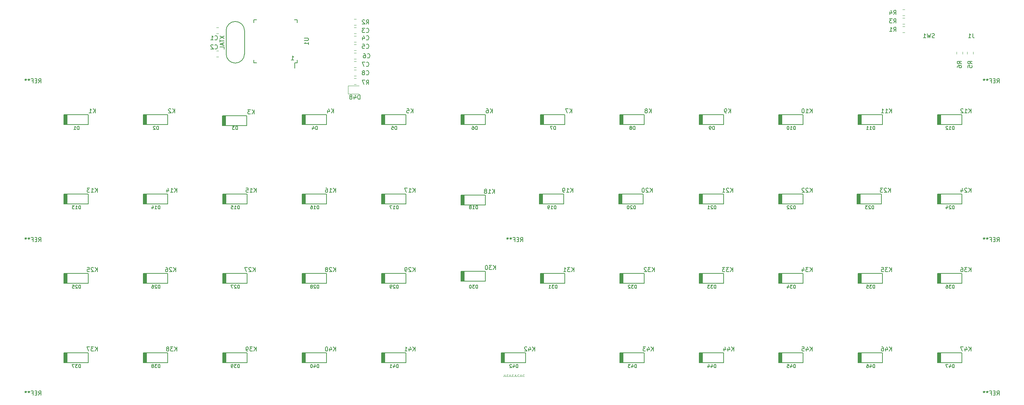
<source format=gbr>
G04 #@! TF.GenerationSoftware,KiCad,Pcbnew,(5.1.0)-1*
G04 #@! TF.CreationDate,2020-09-20T16:45:03-04:00*
G04 #@! TF.ProjectId,keyboard,6b657962-6f61-4726-942e-6b696361645f,rev?*
G04 #@! TF.SameCoordinates,Original*
G04 #@! TF.FileFunction,Legend,Bot*
G04 #@! TF.FilePolarity,Positive*
%FSLAX46Y46*%
G04 Gerber Fmt 4.6, Leading zero omitted, Abs format (unit mm)*
G04 Created by KiCad (PCBNEW (5.1.0)-1) date 2020-09-20 16:45:03*
%MOMM*%
%LPD*%
G04 APERTURE LIST*
%ADD10C,0.125000*%
%ADD11C,0.150000*%
%ADD12C,0.120000*%
%ADD13C,0.200000*%
G04 APERTURE END LIST*
D10*
X132310476Y-123170190D02*
X132310476Y-123527333D01*
X132286666Y-123598761D01*
X132239047Y-123646380D01*
X132167619Y-123670190D01*
X132120000Y-123670190D01*
X132786666Y-123670190D02*
X132548571Y-123670190D01*
X132548571Y-123170190D01*
X133239047Y-123622571D02*
X133215238Y-123646380D01*
X133143809Y-123670190D01*
X133096190Y-123670190D01*
X133024761Y-123646380D01*
X132977142Y-123598761D01*
X132953333Y-123551142D01*
X132929523Y-123455904D01*
X132929523Y-123384476D01*
X132953333Y-123289238D01*
X132977142Y-123241619D01*
X133024761Y-123194000D01*
X133096190Y-123170190D01*
X133143809Y-123170190D01*
X133215238Y-123194000D01*
X133239047Y-123217809D01*
X133596190Y-123170190D02*
X133596190Y-123527333D01*
X133572380Y-123598761D01*
X133524761Y-123646380D01*
X133453333Y-123670190D01*
X133405714Y-123670190D01*
X134072380Y-123670190D02*
X133834285Y-123670190D01*
X133834285Y-123170190D01*
X134524761Y-123622571D02*
X134500952Y-123646380D01*
X134429523Y-123670190D01*
X134381904Y-123670190D01*
X134310476Y-123646380D01*
X134262857Y-123598761D01*
X134239047Y-123551142D01*
X134215238Y-123455904D01*
X134215238Y-123384476D01*
X134239047Y-123289238D01*
X134262857Y-123241619D01*
X134310476Y-123194000D01*
X134381904Y-123170190D01*
X134429523Y-123170190D01*
X134500952Y-123194000D01*
X134524761Y-123217809D01*
X134881904Y-123170190D02*
X134881904Y-123527333D01*
X134858095Y-123598761D01*
X134810476Y-123646380D01*
X134739047Y-123670190D01*
X134691428Y-123670190D01*
X135358095Y-123670190D02*
X135120000Y-123670190D01*
X135120000Y-123170190D01*
X135810476Y-123622571D02*
X135786666Y-123646380D01*
X135715238Y-123670190D01*
X135667619Y-123670190D01*
X135596190Y-123646380D01*
X135548571Y-123598761D01*
X135524761Y-123551142D01*
X135500952Y-123455904D01*
X135500952Y-123384476D01*
X135524761Y-123289238D01*
X135548571Y-123241619D01*
X135596190Y-123194000D01*
X135667619Y-123170190D01*
X135715238Y-123170190D01*
X135786666Y-123194000D01*
X135810476Y-123217809D01*
X136167619Y-123170190D02*
X136167619Y-123527333D01*
X136143809Y-123598761D01*
X136096190Y-123646380D01*
X136024761Y-123670190D01*
X135977142Y-123670190D01*
X136643809Y-123670190D02*
X136405714Y-123670190D01*
X136405714Y-123170190D01*
X137096190Y-123622571D02*
X137072380Y-123646380D01*
X137000952Y-123670190D01*
X136953333Y-123670190D01*
X136881904Y-123646380D01*
X136834285Y-123598761D01*
X136810476Y-123551142D01*
X136786666Y-123455904D01*
X136786666Y-123384476D01*
X136810476Y-123289238D01*
X136834285Y-123241619D01*
X136881904Y-123194000D01*
X136953333Y-123170190D01*
X137000952Y-123170190D01*
X137072380Y-123194000D01*
X137096190Y-123217809D01*
D11*
X81248285Y-47696380D02*
X81819714Y-47696380D01*
X81534000Y-47696380D02*
X81534000Y-46696380D01*
X81629238Y-46839238D01*
X81724476Y-46934476D01*
X81819714Y-46982095D01*
D12*
X97520000Y-55824000D02*
X94835000Y-55824000D01*
X94835000Y-55824000D02*
X94835000Y-53904000D01*
X94835000Y-53904000D02*
X97520000Y-53904000D01*
X96778578Y-53542000D02*
X96261422Y-53542000D01*
X96778578Y-52122000D02*
X96261422Y-52122000D01*
D11*
X82645000Y-48355000D02*
X82070000Y-48355000D01*
X82645000Y-38005000D02*
X81970000Y-38005000D01*
X72295000Y-38005000D02*
X72970000Y-38005000D01*
X72295000Y-48355000D02*
X72970000Y-48355000D01*
X82645000Y-48355000D02*
X82645000Y-47680000D01*
X72295000Y-48355000D02*
X72295000Y-47680000D01*
X72295000Y-38005000D02*
X72295000Y-38680000D01*
X82645000Y-38005000D02*
X82645000Y-38680000D01*
X82070000Y-48355000D02*
X82070000Y-49630000D01*
D12*
X96261422Y-39930000D02*
X96778578Y-39930000D01*
X96261422Y-41350000D02*
X96778578Y-41350000D01*
X63758578Y-41350000D02*
X63241422Y-41350000D01*
X63758578Y-39930000D02*
X63241422Y-39930000D01*
X63758578Y-45518000D02*
X63241422Y-45518000D01*
X63758578Y-46938000D02*
X63241422Y-46938000D01*
X96261422Y-43382000D02*
X96778578Y-43382000D01*
X96261422Y-41962000D02*
X96778578Y-41962000D01*
X96261422Y-43994000D02*
X96778578Y-43994000D01*
X96261422Y-45414000D02*
X96778578Y-45414000D01*
X96261422Y-47446000D02*
X96778578Y-47446000D01*
X96261422Y-46026000D02*
X96778578Y-46026000D01*
X96261422Y-48058000D02*
X96778578Y-48058000D01*
X96261422Y-49478000D02*
X96778578Y-49478000D01*
X96778578Y-50090000D02*
X96261422Y-50090000D01*
X96778578Y-51510000D02*
X96261422Y-51510000D01*
D13*
X27443000Y-63176000D02*
X27443000Y-60776000D01*
X27268000Y-63176000D02*
X27268000Y-60776000D01*
X27093000Y-63176000D02*
X27093000Y-60776000D01*
X26693000Y-60776000D02*
X26693000Y-63176000D01*
X26918000Y-63176000D02*
X26918000Y-60776000D01*
X26793000Y-63176000D02*
X26793000Y-60776000D01*
X26718000Y-63176000D02*
X32518000Y-63176000D01*
X32518000Y-63176000D02*
X32518000Y-60776000D01*
X32518000Y-60776000D02*
X26718000Y-60776000D01*
X51568000Y-60776000D02*
X45768000Y-60776000D01*
X51568000Y-63176000D02*
X51568000Y-60776000D01*
X45768000Y-63176000D02*
X51568000Y-63176000D01*
X45843000Y-63176000D02*
X45843000Y-60776000D01*
X45968000Y-63176000D02*
X45968000Y-60776000D01*
X45743000Y-60776000D02*
X45743000Y-63176000D01*
X46143000Y-63176000D02*
X46143000Y-60776000D01*
X46318000Y-63176000D02*
X46318000Y-60776000D01*
X46493000Y-63176000D02*
X46493000Y-60776000D01*
X65492000Y-63430000D02*
X65492000Y-61030000D01*
X65317000Y-63430000D02*
X65317000Y-61030000D01*
X65142000Y-63430000D02*
X65142000Y-61030000D01*
X64742000Y-61030000D02*
X64742000Y-63430000D01*
X64967000Y-63430000D02*
X64967000Y-61030000D01*
X64842000Y-63430000D02*
X64842000Y-61030000D01*
X64767000Y-63430000D02*
X70567000Y-63430000D01*
X70567000Y-63430000D02*
X70567000Y-61030000D01*
X70567000Y-61030000D02*
X64767000Y-61030000D01*
X89668000Y-60776000D02*
X83868000Y-60776000D01*
X89668000Y-63176000D02*
X89668000Y-60776000D01*
X83868000Y-63176000D02*
X89668000Y-63176000D01*
X83943000Y-63176000D02*
X83943000Y-60776000D01*
X84068000Y-63176000D02*
X84068000Y-60776000D01*
X83843000Y-60776000D02*
X83843000Y-63176000D01*
X84243000Y-63176000D02*
X84243000Y-60776000D01*
X84418000Y-63176000D02*
X84418000Y-60776000D01*
X84593000Y-63176000D02*
X84593000Y-60776000D01*
X108718000Y-60776000D02*
X102918000Y-60776000D01*
X108718000Y-63176000D02*
X108718000Y-60776000D01*
X102918000Y-63176000D02*
X108718000Y-63176000D01*
X102993000Y-63176000D02*
X102993000Y-60776000D01*
X103118000Y-63176000D02*
X103118000Y-60776000D01*
X102893000Y-60776000D02*
X102893000Y-63176000D01*
X103293000Y-63176000D02*
X103293000Y-60776000D01*
X103468000Y-63176000D02*
X103468000Y-60776000D01*
X103643000Y-63176000D02*
X103643000Y-60776000D01*
X122693000Y-63176000D02*
X122693000Y-60776000D01*
X122518000Y-63176000D02*
X122518000Y-60776000D01*
X122343000Y-63176000D02*
X122343000Y-60776000D01*
X121943000Y-60776000D02*
X121943000Y-63176000D01*
X122168000Y-63176000D02*
X122168000Y-60776000D01*
X122043000Y-63176000D02*
X122043000Y-60776000D01*
X121968000Y-63176000D02*
X127768000Y-63176000D01*
X127768000Y-63176000D02*
X127768000Y-60776000D01*
X127768000Y-60776000D02*
X121968000Y-60776000D01*
X141743000Y-63176000D02*
X141743000Y-60776000D01*
X141568000Y-63176000D02*
X141568000Y-60776000D01*
X141393000Y-63176000D02*
X141393000Y-60776000D01*
X140993000Y-60776000D02*
X140993000Y-63176000D01*
X141218000Y-63176000D02*
X141218000Y-60776000D01*
X141093000Y-63176000D02*
X141093000Y-60776000D01*
X141018000Y-63176000D02*
X146818000Y-63176000D01*
X146818000Y-63176000D02*
X146818000Y-60776000D01*
X146818000Y-60776000D02*
X141018000Y-60776000D01*
X160793000Y-63176000D02*
X160793000Y-60776000D01*
X160618000Y-63176000D02*
X160618000Y-60776000D01*
X160443000Y-63176000D02*
X160443000Y-60776000D01*
X160043000Y-60776000D02*
X160043000Y-63176000D01*
X160268000Y-63176000D02*
X160268000Y-60776000D01*
X160143000Y-63176000D02*
X160143000Y-60776000D01*
X160068000Y-63176000D02*
X165868000Y-63176000D01*
X165868000Y-63176000D02*
X165868000Y-60776000D01*
X165868000Y-60776000D02*
X160068000Y-60776000D01*
X179843000Y-63176000D02*
X179843000Y-60776000D01*
X179668000Y-63176000D02*
X179668000Y-60776000D01*
X179493000Y-63176000D02*
X179493000Y-60776000D01*
X179093000Y-60776000D02*
X179093000Y-63176000D01*
X179318000Y-63176000D02*
X179318000Y-60776000D01*
X179193000Y-63176000D02*
X179193000Y-60776000D01*
X179118000Y-63176000D02*
X184918000Y-63176000D01*
X184918000Y-63176000D02*
X184918000Y-60776000D01*
X184918000Y-60776000D02*
X179118000Y-60776000D01*
X203968000Y-60776000D02*
X198168000Y-60776000D01*
X203968000Y-63176000D02*
X203968000Y-60776000D01*
X198168000Y-63176000D02*
X203968000Y-63176000D01*
X198243000Y-63176000D02*
X198243000Y-60776000D01*
X198368000Y-63176000D02*
X198368000Y-60776000D01*
X198143000Y-60776000D02*
X198143000Y-63176000D01*
X198543000Y-63176000D02*
X198543000Y-60776000D01*
X198718000Y-63176000D02*
X198718000Y-60776000D01*
X198893000Y-63176000D02*
X198893000Y-60776000D01*
X217943000Y-63176000D02*
X217943000Y-60776000D01*
X217768000Y-63176000D02*
X217768000Y-60776000D01*
X217593000Y-63176000D02*
X217593000Y-60776000D01*
X217193000Y-60776000D02*
X217193000Y-63176000D01*
X217418000Y-63176000D02*
X217418000Y-60776000D01*
X217293000Y-63176000D02*
X217293000Y-60776000D01*
X217218000Y-63176000D02*
X223018000Y-63176000D01*
X223018000Y-63176000D02*
X223018000Y-60776000D01*
X223018000Y-60776000D02*
X217218000Y-60776000D01*
X242068000Y-60776000D02*
X236268000Y-60776000D01*
X242068000Y-63176000D02*
X242068000Y-60776000D01*
X236268000Y-63176000D02*
X242068000Y-63176000D01*
X236343000Y-63176000D02*
X236343000Y-60776000D01*
X236468000Y-63176000D02*
X236468000Y-60776000D01*
X236243000Y-60776000D02*
X236243000Y-63176000D01*
X236643000Y-63176000D02*
X236643000Y-60776000D01*
X236818000Y-63176000D02*
X236818000Y-60776000D01*
X236993000Y-63176000D02*
X236993000Y-60776000D01*
X32518000Y-79826000D02*
X26718000Y-79826000D01*
X32518000Y-82226000D02*
X32518000Y-79826000D01*
X26718000Y-82226000D02*
X32518000Y-82226000D01*
X26793000Y-82226000D02*
X26793000Y-79826000D01*
X26918000Y-82226000D02*
X26918000Y-79826000D01*
X26693000Y-79826000D02*
X26693000Y-82226000D01*
X27093000Y-82226000D02*
X27093000Y-79826000D01*
X27268000Y-82226000D02*
X27268000Y-79826000D01*
X27443000Y-82226000D02*
X27443000Y-79826000D01*
X46493000Y-82226000D02*
X46493000Y-79826000D01*
X46318000Y-82226000D02*
X46318000Y-79826000D01*
X46143000Y-82226000D02*
X46143000Y-79826000D01*
X45743000Y-79826000D02*
X45743000Y-82226000D01*
X45968000Y-82226000D02*
X45968000Y-79826000D01*
X45843000Y-82226000D02*
X45843000Y-79826000D01*
X45768000Y-82226000D02*
X51568000Y-82226000D01*
X51568000Y-82226000D02*
X51568000Y-79826000D01*
X51568000Y-79826000D02*
X45768000Y-79826000D01*
X65543000Y-82226000D02*
X65543000Y-79826000D01*
X65368000Y-82226000D02*
X65368000Y-79826000D01*
X65193000Y-82226000D02*
X65193000Y-79826000D01*
X64793000Y-79826000D02*
X64793000Y-82226000D01*
X65018000Y-82226000D02*
X65018000Y-79826000D01*
X64893000Y-82226000D02*
X64893000Y-79826000D01*
X64818000Y-82226000D02*
X70618000Y-82226000D01*
X70618000Y-82226000D02*
X70618000Y-79826000D01*
X70618000Y-79826000D02*
X64818000Y-79826000D01*
X84593000Y-82226000D02*
X84593000Y-79826000D01*
X84418000Y-82226000D02*
X84418000Y-79826000D01*
X84243000Y-82226000D02*
X84243000Y-79826000D01*
X83843000Y-79826000D02*
X83843000Y-82226000D01*
X84068000Y-82226000D02*
X84068000Y-79826000D01*
X83943000Y-82226000D02*
X83943000Y-79826000D01*
X83868000Y-82226000D02*
X89668000Y-82226000D01*
X89668000Y-82226000D02*
X89668000Y-79826000D01*
X89668000Y-79826000D02*
X83868000Y-79826000D01*
X103643000Y-82226000D02*
X103643000Y-79826000D01*
X103468000Y-82226000D02*
X103468000Y-79826000D01*
X103293000Y-82226000D02*
X103293000Y-79826000D01*
X102893000Y-79826000D02*
X102893000Y-82226000D01*
X103118000Y-82226000D02*
X103118000Y-79826000D01*
X102993000Y-82226000D02*
X102993000Y-79826000D01*
X102918000Y-82226000D02*
X108718000Y-82226000D01*
X108718000Y-82226000D02*
X108718000Y-79826000D01*
X108718000Y-79826000D02*
X102918000Y-79826000D01*
X127768000Y-80080000D02*
X121968000Y-80080000D01*
X127768000Y-82480000D02*
X127768000Y-80080000D01*
X121968000Y-82480000D02*
X127768000Y-82480000D01*
X122043000Y-82480000D02*
X122043000Y-80080000D01*
X122168000Y-82480000D02*
X122168000Y-80080000D01*
X121943000Y-80080000D02*
X121943000Y-82480000D01*
X122343000Y-82480000D02*
X122343000Y-80080000D01*
X122518000Y-82480000D02*
X122518000Y-80080000D01*
X122693000Y-82480000D02*
X122693000Y-80080000D01*
X141489000Y-82226000D02*
X141489000Y-79826000D01*
X141314000Y-82226000D02*
X141314000Y-79826000D01*
X141139000Y-82226000D02*
X141139000Y-79826000D01*
X140739000Y-79826000D02*
X140739000Y-82226000D01*
X140964000Y-82226000D02*
X140964000Y-79826000D01*
X140839000Y-82226000D02*
X140839000Y-79826000D01*
X140764000Y-82226000D02*
X146564000Y-82226000D01*
X146564000Y-82226000D02*
X146564000Y-79826000D01*
X146564000Y-79826000D02*
X140764000Y-79826000D01*
X165614000Y-79826000D02*
X159814000Y-79826000D01*
X165614000Y-82226000D02*
X165614000Y-79826000D01*
X159814000Y-82226000D02*
X165614000Y-82226000D01*
X159889000Y-82226000D02*
X159889000Y-79826000D01*
X160014000Y-82226000D02*
X160014000Y-79826000D01*
X159789000Y-79826000D02*
X159789000Y-82226000D01*
X160189000Y-82226000D02*
X160189000Y-79826000D01*
X160364000Y-82226000D02*
X160364000Y-79826000D01*
X160539000Y-82226000D02*
X160539000Y-79826000D01*
X184918000Y-79826000D02*
X179118000Y-79826000D01*
X184918000Y-82226000D02*
X184918000Y-79826000D01*
X179118000Y-82226000D02*
X184918000Y-82226000D01*
X179193000Y-82226000D02*
X179193000Y-79826000D01*
X179318000Y-82226000D02*
X179318000Y-79826000D01*
X179093000Y-79826000D02*
X179093000Y-82226000D01*
X179493000Y-82226000D02*
X179493000Y-79826000D01*
X179668000Y-82226000D02*
X179668000Y-79826000D01*
X179843000Y-82226000D02*
X179843000Y-79826000D01*
X198893000Y-82226000D02*
X198893000Y-79826000D01*
X198718000Y-82226000D02*
X198718000Y-79826000D01*
X198543000Y-82226000D02*
X198543000Y-79826000D01*
X198143000Y-79826000D02*
X198143000Y-82226000D01*
X198368000Y-82226000D02*
X198368000Y-79826000D01*
X198243000Y-82226000D02*
X198243000Y-79826000D01*
X198168000Y-82226000D02*
X203968000Y-82226000D01*
X203968000Y-82226000D02*
X203968000Y-79826000D01*
X203968000Y-79826000D02*
X198168000Y-79826000D01*
X222764000Y-79826000D02*
X216964000Y-79826000D01*
X222764000Y-82226000D02*
X222764000Y-79826000D01*
X216964000Y-82226000D02*
X222764000Y-82226000D01*
X217039000Y-82226000D02*
X217039000Y-79826000D01*
X217164000Y-82226000D02*
X217164000Y-79826000D01*
X216939000Y-79826000D02*
X216939000Y-82226000D01*
X217339000Y-82226000D02*
X217339000Y-79826000D01*
X217514000Y-82226000D02*
X217514000Y-79826000D01*
X217689000Y-82226000D02*
X217689000Y-79826000D01*
X242068000Y-79826000D02*
X236268000Y-79826000D01*
X242068000Y-82226000D02*
X242068000Y-79826000D01*
X236268000Y-82226000D02*
X242068000Y-82226000D01*
X236343000Y-82226000D02*
X236343000Y-79826000D01*
X236468000Y-82226000D02*
X236468000Y-79826000D01*
X236243000Y-79826000D02*
X236243000Y-82226000D01*
X236643000Y-82226000D02*
X236643000Y-79826000D01*
X236818000Y-82226000D02*
X236818000Y-79826000D01*
X236993000Y-82226000D02*
X236993000Y-79826000D01*
X32518000Y-98876000D02*
X26718000Y-98876000D01*
X32518000Y-101276000D02*
X32518000Y-98876000D01*
X26718000Y-101276000D02*
X32518000Y-101276000D01*
X26793000Y-101276000D02*
X26793000Y-98876000D01*
X26918000Y-101276000D02*
X26918000Y-98876000D01*
X26693000Y-98876000D02*
X26693000Y-101276000D01*
X27093000Y-101276000D02*
X27093000Y-98876000D01*
X27268000Y-101276000D02*
X27268000Y-98876000D01*
X27443000Y-101276000D02*
X27443000Y-98876000D01*
X46493000Y-101276000D02*
X46493000Y-98876000D01*
X46318000Y-101276000D02*
X46318000Y-98876000D01*
X46143000Y-101276000D02*
X46143000Y-98876000D01*
X45743000Y-98876000D02*
X45743000Y-101276000D01*
X45968000Y-101276000D02*
X45968000Y-98876000D01*
X45843000Y-101276000D02*
X45843000Y-98876000D01*
X45768000Y-101276000D02*
X51568000Y-101276000D01*
X51568000Y-101276000D02*
X51568000Y-98876000D01*
X51568000Y-98876000D02*
X45768000Y-98876000D01*
X65543000Y-101276000D02*
X65543000Y-98876000D01*
X65368000Y-101276000D02*
X65368000Y-98876000D01*
X65193000Y-101276000D02*
X65193000Y-98876000D01*
X64793000Y-98876000D02*
X64793000Y-101276000D01*
X65018000Y-101276000D02*
X65018000Y-98876000D01*
X64893000Y-101276000D02*
X64893000Y-98876000D01*
X64818000Y-101276000D02*
X70618000Y-101276000D01*
X70618000Y-101276000D02*
X70618000Y-98876000D01*
X70618000Y-98876000D02*
X64818000Y-98876000D01*
X84593000Y-101276000D02*
X84593000Y-98876000D01*
X84418000Y-101276000D02*
X84418000Y-98876000D01*
X84243000Y-101276000D02*
X84243000Y-98876000D01*
X83843000Y-98876000D02*
X83843000Y-101276000D01*
X84068000Y-101276000D02*
X84068000Y-98876000D01*
X83943000Y-101276000D02*
X83943000Y-98876000D01*
X83868000Y-101276000D02*
X89668000Y-101276000D01*
X89668000Y-101276000D02*
X89668000Y-98876000D01*
X89668000Y-98876000D02*
X83868000Y-98876000D01*
X108718000Y-98876000D02*
X102918000Y-98876000D01*
X108718000Y-101276000D02*
X108718000Y-98876000D01*
X102918000Y-101276000D02*
X108718000Y-101276000D01*
X102993000Y-101276000D02*
X102993000Y-98876000D01*
X103118000Y-101276000D02*
X103118000Y-98876000D01*
X102893000Y-98876000D02*
X102893000Y-101276000D01*
X103293000Y-101276000D02*
X103293000Y-98876000D01*
X103468000Y-101276000D02*
X103468000Y-98876000D01*
X103643000Y-101276000D02*
X103643000Y-98876000D01*
X122693000Y-100768000D02*
X122693000Y-98368000D01*
X122518000Y-100768000D02*
X122518000Y-98368000D01*
X122343000Y-100768000D02*
X122343000Y-98368000D01*
X121943000Y-98368000D02*
X121943000Y-100768000D01*
X122168000Y-100768000D02*
X122168000Y-98368000D01*
X122043000Y-100768000D02*
X122043000Y-98368000D01*
X121968000Y-100768000D02*
X127768000Y-100768000D01*
X127768000Y-100768000D02*
X127768000Y-98368000D01*
X127768000Y-98368000D02*
X121968000Y-98368000D01*
X141743000Y-101276000D02*
X141743000Y-98876000D01*
X141568000Y-101276000D02*
X141568000Y-98876000D01*
X141393000Y-101276000D02*
X141393000Y-98876000D01*
X140993000Y-98876000D02*
X140993000Y-101276000D01*
X141218000Y-101276000D02*
X141218000Y-98876000D01*
X141093000Y-101276000D02*
X141093000Y-98876000D01*
X141018000Y-101276000D02*
X146818000Y-101276000D01*
X146818000Y-101276000D02*
X146818000Y-98876000D01*
X146818000Y-98876000D02*
X141018000Y-98876000D01*
X165868000Y-98876000D02*
X160068000Y-98876000D01*
X165868000Y-101276000D02*
X165868000Y-98876000D01*
X160068000Y-101276000D02*
X165868000Y-101276000D01*
X160143000Y-101276000D02*
X160143000Y-98876000D01*
X160268000Y-101276000D02*
X160268000Y-98876000D01*
X160043000Y-98876000D02*
X160043000Y-101276000D01*
X160443000Y-101276000D02*
X160443000Y-98876000D01*
X160618000Y-101276000D02*
X160618000Y-98876000D01*
X160793000Y-101276000D02*
X160793000Y-98876000D01*
X184918000Y-98876000D02*
X179118000Y-98876000D01*
X184918000Y-101276000D02*
X184918000Y-98876000D01*
X179118000Y-101276000D02*
X184918000Y-101276000D01*
X179193000Y-101276000D02*
X179193000Y-98876000D01*
X179318000Y-101276000D02*
X179318000Y-98876000D01*
X179093000Y-98876000D02*
X179093000Y-101276000D01*
X179493000Y-101276000D02*
X179493000Y-98876000D01*
X179668000Y-101276000D02*
X179668000Y-98876000D01*
X179843000Y-101276000D02*
X179843000Y-98876000D01*
X203968000Y-98876000D02*
X198168000Y-98876000D01*
X203968000Y-101276000D02*
X203968000Y-98876000D01*
X198168000Y-101276000D02*
X203968000Y-101276000D01*
X198243000Y-101276000D02*
X198243000Y-98876000D01*
X198368000Y-101276000D02*
X198368000Y-98876000D01*
X198143000Y-98876000D02*
X198143000Y-101276000D01*
X198543000Y-101276000D02*
X198543000Y-98876000D01*
X198718000Y-101276000D02*
X198718000Y-98876000D01*
X198893000Y-101276000D02*
X198893000Y-98876000D01*
X217943000Y-101276000D02*
X217943000Y-98876000D01*
X217768000Y-101276000D02*
X217768000Y-98876000D01*
X217593000Y-101276000D02*
X217593000Y-98876000D01*
X217193000Y-98876000D02*
X217193000Y-101276000D01*
X217418000Y-101276000D02*
X217418000Y-98876000D01*
X217293000Y-101276000D02*
X217293000Y-98876000D01*
X217218000Y-101276000D02*
X223018000Y-101276000D01*
X223018000Y-101276000D02*
X223018000Y-98876000D01*
X223018000Y-98876000D02*
X217218000Y-98876000D01*
X242068000Y-98876000D02*
X236268000Y-98876000D01*
X242068000Y-101276000D02*
X242068000Y-98876000D01*
X236268000Y-101276000D02*
X242068000Y-101276000D01*
X236343000Y-101276000D02*
X236343000Y-98876000D01*
X236468000Y-101276000D02*
X236468000Y-98876000D01*
X236243000Y-98876000D02*
X236243000Y-101276000D01*
X236643000Y-101276000D02*
X236643000Y-98876000D01*
X236818000Y-101276000D02*
X236818000Y-98876000D01*
X236993000Y-101276000D02*
X236993000Y-98876000D01*
X32518000Y-117926000D02*
X26718000Y-117926000D01*
X32518000Y-120326000D02*
X32518000Y-117926000D01*
X26718000Y-120326000D02*
X32518000Y-120326000D01*
X26793000Y-120326000D02*
X26793000Y-117926000D01*
X26918000Y-120326000D02*
X26918000Y-117926000D01*
X26693000Y-117926000D02*
X26693000Y-120326000D01*
X27093000Y-120326000D02*
X27093000Y-117926000D01*
X27268000Y-120326000D02*
X27268000Y-117926000D01*
X27443000Y-120326000D02*
X27443000Y-117926000D01*
X46493000Y-120326000D02*
X46493000Y-117926000D01*
X46318000Y-120326000D02*
X46318000Y-117926000D01*
X46143000Y-120326000D02*
X46143000Y-117926000D01*
X45743000Y-117926000D02*
X45743000Y-120326000D01*
X45968000Y-120326000D02*
X45968000Y-117926000D01*
X45843000Y-120326000D02*
X45843000Y-117926000D01*
X45768000Y-120326000D02*
X51568000Y-120326000D01*
X51568000Y-120326000D02*
X51568000Y-117926000D01*
X51568000Y-117926000D02*
X45768000Y-117926000D01*
X70618000Y-117926000D02*
X64818000Y-117926000D01*
X70618000Y-120326000D02*
X70618000Y-117926000D01*
X64818000Y-120326000D02*
X70618000Y-120326000D01*
X64893000Y-120326000D02*
X64893000Y-117926000D01*
X65018000Y-120326000D02*
X65018000Y-117926000D01*
X64793000Y-117926000D02*
X64793000Y-120326000D01*
X65193000Y-120326000D02*
X65193000Y-117926000D01*
X65368000Y-120326000D02*
X65368000Y-117926000D01*
X65543000Y-120326000D02*
X65543000Y-117926000D01*
X84593000Y-120326000D02*
X84593000Y-117926000D01*
X84418000Y-120326000D02*
X84418000Y-117926000D01*
X84243000Y-120326000D02*
X84243000Y-117926000D01*
X83843000Y-117926000D02*
X83843000Y-120326000D01*
X84068000Y-120326000D02*
X84068000Y-117926000D01*
X83943000Y-120326000D02*
X83943000Y-117926000D01*
X83868000Y-120326000D02*
X89668000Y-120326000D01*
X89668000Y-120326000D02*
X89668000Y-117926000D01*
X89668000Y-117926000D02*
X83868000Y-117926000D01*
X108718000Y-117926000D02*
X102918000Y-117926000D01*
X108718000Y-120326000D02*
X108718000Y-117926000D01*
X102918000Y-120326000D02*
X108718000Y-120326000D01*
X102993000Y-120326000D02*
X102993000Y-117926000D01*
X103118000Y-120326000D02*
X103118000Y-117926000D01*
X102893000Y-117926000D02*
X102893000Y-120326000D01*
X103293000Y-120326000D02*
X103293000Y-117926000D01*
X103468000Y-120326000D02*
X103468000Y-117926000D01*
X103643000Y-120326000D02*
X103643000Y-117926000D01*
X137420000Y-117926000D02*
X131620000Y-117926000D01*
X137420000Y-120326000D02*
X137420000Y-117926000D01*
X131620000Y-120326000D02*
X137420000Y-120326000D01*
X131695000Y-120326000D02*
X131695000Y-117926000D01*
X131820000Y-120326000D02*
X131820000Y-117926000D01*
X131595000Y-117926000D02*
X131595000Y-120326000D01*
X131995000Y-120326000D02*
X131995000Y-117926000D01*
X132170000Y-120326000D02*
X132170000Y-117926000D01*
X132345000Y-120326000D02*
X132345000Y-117926000D01*
X165868000Y-117926000D02*
X160068000Y-117926000D01*
X165868000Y-120326000D02*
X165868000Y-117926000D01*
X160068000Y-120326000D02*
X165868000Y-120326000D01*
X160143000Y-120326000D02*
X160143000Y-117926000D01*
X160268000Y-120326000D02*
X160268000Y-117926000D01*
X160043000Y-117926000D02*
X160043000Y-120326000D01*
X160443000Y-120326000D02*
X160443000Y-117926000D01*
X160618000Y-120326000D02*
X160618000Y-117926000D01*
X160793000Y-120326000D02*
X160793000Y-117926000D01*
X179843000Y-120326000D02*
X179843000Y-117926000D01*
X179668000Y-120326000D02*
X179668000Y-117926000D01*
X179493000Y-120326000D02*
X179493000Y-117926000D01*
X179093000Y-117926000D02*
X179093000Y-120326000D01*
X179318000Y-120326000D02*
X179318000Y-117926000D01*
X179193000Y-120326000D02*
X179193000Y-117926000D01*
X179118000Y-120326000D02*
X184918000Y-120326000D01*
X184918000Y-120326000D02*
X184918000Y-117926000D01*
X184918000Y-117926000D02*
X179118000Y-117926000D01*
X198893000Y-120326000D02*
X198893000Y-117926000D01*
X198718000Y-120326000D02*
X198718000Y-117926000D01*
X198543000Y-120326000D02*
X198543000Y-117926000D01*
X198143000Y-117926000D02*
X198143000Y-120326000D01*
X198368000Y-120326000D02*
X198368000Y-117926000D01*
X198243000Y-120326000D02*
X198243000Y-117926000D01*
X198168000Y-120326000D02*
X203968000Y-120326000D01*
X203968000Y-120326000D02*
X203968000Y-117926000D01*
X203968000Y-117926000D02*
X198168000Y-117926000D01*
X223018000Y-117926000D02*
X217218000Y-117926000D01*
X223018000Y-120326000D02*
X223018000Y-117926000D01*
X217218000Y-120326000D02*
X223018000Y-120326000D01*
X217293000Y-120326000D02*
X217293000Y-117926000D01*
X217418000Y-120326000D02*
X217418000Y-117926000D01*
X217193000Y-117926000D02*
X217193000Y-120326000D01*
X217593000Y-120326000D02*
X217593000Y-117926000D01*
X217768000Y-120326000D02*
X217768000Y-117926000D01*
X217943000Y-120326000D02*
X217943000Y-117926000D01*
X236993000Y-120326000D02*
X236993000Y-117926000D01*
X236818000Y-120326000D02*
X236818000Y-117926000D01*
X236643000Y-120326000D02*
X236643000Y-117926000D01*
X236243000Y-117926000D02*
X236243000Y-120326000D01*
X236468000Y-120326000D02*
X236468000Y-117926000D01*
X236343000Y-120326000D02*
X236343000Y-117926000D01*
X236268000Y-120326000D02*
X242068000Y-120326000D01*
X242068000Y-120326000D02*
X242068000Y-117926000D01*
X242068000Y-117926000D02*
X236268000Y-117926000D01*
D12*
X227833422Y-39676000D02*
X228350578Y-39676000D01*
X227833422Y-41096000D02*
X228350578Y-41096000D01*
X96778578Y-37898000D02*
X96261422Y-37898000D01*
X96778578Y-39318000D02*
X96261422Y-39318000D01*
X227833422Y-37644000D02*
X228350578Y-37644000D01*
X227833422Y-39064000D02*
X228350578Y-39064000D01*
X227833422Y-37032000D02*
X228350578Y-37032000D01*
X227833422Y-35612000D02*
X228350578Y-35612000D01*
D11*
X70018000Y-40634000D02*
X70018000Y-46234000D01*
X65618000Y-46234000D02*
X65618000Y-40634000D01*
X67818000Y-48434000D02*
G75*
G02X65618000Y-46234000I0J2200000D01*
G01*
X70018000Y-46234000D02*
G75*
G02X67818000Y-48434000I-2200000J0D01*
G01*
X67818000Y-38434000D02*
G75*
G02X70018000Y-40634000I0J-2200000D01*
G01*
X65618000Y-40634000D02*
G75*
G02X67818000Y-38434000I2200000J0D01*
G01*
D12*
X244804000Y-46232578D02*
X244804000Y-45715422D01*
X243384000Y-46232578D02*
X243384000Y-45715422D01*
X240844000Y-46232578D02*
X240844000Y-45715422D01*
X242264000Y-46232578D02*
X242264000Y-45715422D01*
D11*
X97734285Y-57094380D02*
X97734285Y-56094380D01*
X97496190Y-56094380D01*
X97353333Y-56142000D01*
X97258095Y-56237238D01*
X97210476Y-56332476D01*
X97162857Y-56522952D01*
X97162857Y-56665809D01*
X97210476Y-56856285D01*
X97258095Y-56951523D01*
X97353333Y-57046761D01*
X97496190Y-57094380D01*
X97734285Y-57094380D01*
X96305714Y-56427714D02*
X96305714Y-57094380D01*
X96543809Y-56046761D02*
X96781904Y-56761047D01*
X96162857Y-56761047D01*
X95639047Y-56522952D02*
X95734285Y-56475333D01*
X95781904Y-56427714D01*
X95829523Y-56332476D01*
X95829523Y-56284857D01*
X95781904Y-56189619D01*
X95734285Y-56142000D01*
X95639047Y-56094380D01*
X95448571Y-56094380D01*
X95353333Y-56142000D01*
X95305714Y-56189619D01*
X95258095Y-56284857D01*
X95258095Y-56332476D01*
X95305714Y-56427714D01*
X95353333Y-56475333D01*
X95448571Y-56522952D01*
X95639047Y-56522952D01*
X95734285Y-56570571D01*
X95781904Y-56618190D01*
X95829523Y-56713428D01*
X95829523Y-56903904D01*
X95781904Y-56999142D01*
X95734285Y-57046761D01*
X95639047Y-57094380D01*
X95448571Y-57094380D01*
X95353333Y-57046761D01*
X95305714Y-56999142D01*
X95258095Y-56903904D01*
X95258095Y-56713428D01*
X95305714Y-56618190D01*
X95353333Y-56570571D01*
X95448571Y-56522952D01*
X99226666Y-53538380D02*
X99560000Y-53062190D01*
X99798095Y-53538380D02*
X99798095Y-52538380D01*
X99417142Y-52538380D01*
X99321904Y-52586000D01*
X99274285Y-52633619D01*
X99226666Y-52728857D01*
X99226666Y-52871714D01*
X99274285Y-52966952D01*
X99321904Y-53014571D01*
X99417142Y-53062190D01*
X99798095Y-53062190D01*
X98893333Y-52538380D02*
X98226666Y-52538380D01*
X98655238Y-53538380D01*
X84372380Y-42418095D02*
X85181904Y-42418095D01*
X85277142Y-42465714D01*
X85324761Y-42513333D01*
X85372380Y-42608571D01*
X85372380Y-42799047D01*
X85324761Y-42894285D01*
X85277142Y-42941904D01*
X85181904Y-42989523D01*
X84372380Y-42989523D01*
X85372380Y-43989523D02*
X85372380Y-43418095D01*
X85372380Y-43703809D02*
X84372380Y-43703809D01*
X84515238Y-43608571D01*
X84610476Y-43513333D01*
X84658095Y-43418095D01*
X99226666Y-40997142D02*
X99274285Y-41044761D01*
X99417142Y-41092380D01*
X99512380Y-41092380D01*
X99655238Y-41044761D01*
X99750476Y-40949523D01*
X99798095Y-40854285D01*
X99845714Y-40663809D01*
X99845714Y-40520952D01*
X99798095Y-40330476D01*
X99750476Y-40235238D01*
X99655238Y-40140000D01*
X99512380Y-40092380D01*
X99417142Y-40092380D01*
X99274285Y-40140000D01*
X99226666Y-40187619D01*
X98893333Y-40092380D02*
X98274285Y-40092380D01*
X98607619Y-40473333D01*
X98464761Y-40473333D01*
X98369523Y-40520952D01*
X98321904Y-40568571D01*
X98274285Y-40663809D01*
X98274285Y-40901904D01*
X98321904Y-40997142D01*
X98369523Y-41044761D01*
X98464761Y-41092380D01*
X98750476Y-41092380D01*
X98845714Y-41044761D01*
X98893333Y-40997142D01*
X136207333Y-91266380D02*
X136540666Y-90790190D01*
X136778761Y-91266380D02*
X136778761Y-90266380D01*
X136397809Y-90266380D01*
X136302571Y-90314000D01*
X136254952Y-90361619D01*
X136207333Y-90456857D01*
X136207333Y-90599714D01*
X136254952Y-90694952D01*
X136302571Y-90742571D01*
X136397809Y-90790190D01*
X136778761Y-90790190D01*
X135778761Y-90742571D02*
X135445428Y-90742571D01*
X135302571Y-91266380D02*
X135778761Y-91266380D01*
X135778761Y-90266380D01*
X135302571Y-90266380D01*
X134540666Y-90742571D02*
X134874000Y-90742571D01*
X134874000Y-91266380D02*
X134874000Y-90266380D01*
X134397809Y-90266380D01*
X133874000Y-90266380D02*
X133874000Y-90504476D01*
X134112095Y-90409238D02*
X133874000Y-90504476D01*
X133635904Y-90409238D01*
X134016857Y-90694952D02*
X133874000Y-90504476D01*
X133731142Y-90694952D01*
X133112095Y-90266380D02*
X133112095Y-90504476D01*
X133350190Y-90409238D02*
X133112095Y-90504476D01*
X132874000Y-90409238D01*
X133254952Y-90694952D02*
X133112095Y-90504476D01*
X132969238Y-90694952D01*
X250507333Y-53166380D02*
X250840666Y-52690190D01*
X251078761Y-53166380D02*
X251078761Y-52166380D01*
X250697809Y-52166380D01*
X250602571Y-52214000D01*
X250554952Y-52261619D01*
X250507333Y-52356857D01*
X250507333Y-52499714D01*
X250554952Y-52594952D01*
X250602571Y-52642571D01*
X250697809Y-52690190D01*
X251078761Y-52690190D01*
X250078761Y-52642571D02*
X249745428Y-52642571D01*
X249602571Y-53166380D02*
X250078761Y-53166380D01*
X250078761Y-52166380D01*
X249602571Y-52166380D01*
X248840666Y-52642571D02*
X249174000Y-52642571D01*
X249174000Y-53166380D02*
X249174000Y-52166380D01*
X248697809Y-52166380D01*
X248174000Y-52166380D02*
X248174000Y-52404476D01*
X248412095Y-52309238D02*
X248174000Y-52404476D01*
X247935904Y-52309238D01*
X248316857Y-52594952D02*
X248174000Y-52404476D01*
X248031142Y-52594952D01*
X247412095Y-52166380D02*
X247412095Y-52404476D01*
X247650190Y-52309238D02*
X247412095Y-52404476D01*
X247174000Y-52309238D01*
X247554952Y-52594952D02*
X247412095Y-52404476D01*
X247269238Y-52594952D01*
X20637333Y-53166380D02*
X20970666Y-52690190D01*
X21208761Y-53166380D02*
X21208761Y-52166380D01*
X20827809Y-52166380D01*
X20732571Y-52214000D01*
X20684952Y-52261619D01*
X20637333Y-52356857D01*
X20637333Y-52499714D01*
X20684952Y-52594952D01*
X20732571Y-52642571D01*
X20827809Y-52690190D01*
X21208761Y-52690190D01*
X20208761Y-52642571D02*
X19875428Y-52642571D01*
X19732571Y-53166380D02*
X20208761Y-53166380D01*
X20208761Y-52166380D01*
X19732571Y-52166380D01*
X18970666Y-52642571D02*
X19304000Y-52642571D01*
X19304000Y-53166380D02*
X19304000Y-52166380D01*
X18827809Y-52166380D01*
X18304000Y-52166380D02*
X18304000Y-52404476D01*
X18542095Y-52309238D02*
X18304000Y-52404476D01*
X18065904Y-52309238D01*
X18446857Y-52594952D02*
X18304000Y-52404476D01*
X18161142Y-52594952D01*
X17542095Y-52166380D02*
X17542095Y-52404476D01*
X17780190Y-52309238D02*
X17542095Y-52404476D01*
X17304000Y-52309238D01*
X17684952Y-52594952D02*
X17542095Y-52404476D01*
X17399238Y-52594952D01*
X250507333Y-91266380D02*
X250840666Y-90790190D01*
X251078761Y-91266380D02*
X251078761Y-90266380D01*
X250697809Y-90266380D01*
X250602571Y-90314000D01*
X250554952Y-90361619D01*
X250507333Y-90456857D01*
X250507333Y-90599714D01*
X250554952Y-90694952D01*
X250602571Y-90742571D01*
X250697809Y-90790190D01*
X251078761Y-90790190D01*
X250078761Y-90742571D02*
X249745428Y-90742571D01*
X249602571Y-91266380D02*
X250078761Y-91266380D01*
X250078761Y-90266380D01*
X249602571Y-90266380D01*
X248840666Y-90742571D02*
X249174000Y-90742571D01*
X249174000Y-91266380D02*
X249174000Y-90266380D01*
X248697809Y-90266380D01*
X248174000Y-90266380D02*
X248174000Y-90504476D01*
X248412095Y-90409238D02*
X248174000Y-90504476D01*
X247935904Y-90409238D01*
X248316857Y-90694952D02*
X248174000Y-90504476D01*
X248031142Y-90694952D01*
X247412095Y-90266380D02*
X247412095Y-90504476D01*
X247650190Y-90409238D02*
X247412095Y-90504476D01*
X247174000Y-90409238D01*
X247554952Y-90694952D02*
X247412095Y-90504476D01*
X247269238Y-90694952D01*
X20637333Y-91266380D02*
X20970666Y-90790190D01*
X21208761Y-91266380D02*
X21208761Y-90266380D01*
X20827809Y-90266380D01*
X20732571Y-90314000D01*
X20684952Y-90361619D01*
X20637333Y-90456857D01*
X20637333Y-90599714D01*
X20684952Y-90694952D01*
X20732571Y-90742571D01*
X20827809Y-90790190D01*
X21208761Y-90790190D01*
X20208761Y-90742571D02*
X19875428Y-90742571D01*
X19732571Y-91266380D02*
X20208761Y-91266380D01*
X20208761Y-90266380D01*
X19732571Y-90266380D01*
X18970666Y-90742571D02*
X19304000Y-90742571D01*
X19304000Y-91266380D02*
X19304000Y-90266380D01*
X18827809Y-90266380D01*
X18304000Y-90266380D02*
X18304000Y-90504476D01*
X18542095Y-90409238D02*
X18304000Y-90504476D01*
X18065904Y-90409238D01*
X18446857Y-90694952D02*
X18304000Y-90504476D01*
X18161142Y-90694952D01*
X17542095Y-90266380D02*
X17542095Y-90504476D01*
X17780190Y-90409238D02*
X17542095Y-90504476D01*
X17304000Y-90409238D01*
X17684952Y-90694952D02*
X17542095Y-90504476D01*
X17399238Y-90694952D01*
X250507333Y-128096380D02*
X250840666Y-127620190D01*
X251078761Y-128096380D02*
X251078761Y-127096380D01*
X250697809Y-127096380D01*
X250602571Y-127144000D01*
X250554952Y-127191619D01*
X250507333Y-127286857D01*
X250507333Y-127429714D01*
X250554952Y-127524952D01*
X250602571Y-127572571D01*
X250697809Y-127620190D01*
X251078761Y-127620190D01*
X250078761Y-127572571D02*
X249745428Y-127572571D01*
X249602571Y-128096380D02*
X250078761Y-128096380D01*
X250078761Y-127096380D01*
X249602571Y-127096380D01*
X248840666Y-127572571D02*
X249174000Y-127572571D01*
X249174000Y-128096380D02*
X249174000Y-127096380D01*
X248697809Y-127096380D01*
X248174000Y-127096380D02*
X248174000Y-127334476D01*
X248412095Y-127239238D02*
X248174000Y-127334476D01*
X247935904Y-127239238D01*
X248316857Y-127524952D02*
X248174000Y-127334476D01*
X248031142Y-127524952D01*
X247412095Y-127096380D02*
X247412095Y-127334476D01*
X247650190Y-127239238D02*
X247412095Y-127334476D01*
X247174000Y-127239238D01*
X247554952Y-127524952D02*
X247412095Y-127334476D01*
X247269238Y-127524952D01*
X20637333Y-128096380D02*
X20970666Y-127620190D01*
X21208761Y-128096380D02*
X21208761Y-127096380D01*
X20827809Y-127096380D01*
X20732571Y-127144000D01*
X20684952Y-127191619D01*
X20637333Y-127286857D01*
X20637333Y-127429714D01*
X20684952Y-127524952D01*
X20732571Y-127572571D01*
X20827809Y-127620190D01*
X21208761Y-127620190D01*
X20208761Y-127572571D02*
X19875428Y-127572571D01*
X19732571Y-128096380D02*
X20208761Y-128096380D01*
X20208761Y-127096380D01*
X19732571Y-127096380D01*
X18970666Y-127572571D02*
X19304000Y-127572571D01*
X19304000Y-128096380D02*
X19304000Y-127096380D01*
X18827809Y-127096380D01*
X18304000Y-127096380D02*
X18304000Y-127334476D01*
X18542095Y-127239238D02*
X18304000Y-127334476D01*
X18065904Y-127239238D01*
X18446857Y-127524952D02*
X18304000Y-127334476D01*
X18161142Y-127524952D01*
X17542095Y-127096380D02*
X17542095Y-127334476D01*
X17780190Y-127239238D02*
X17542095Y-127334476D01*
X17304000Y-127239238D01*
X17684952Y-127524952D02*
X17542095Y-127334476D01*
X17399238Y-127524952D01*
X62904666Y-42775142D02*
X62952285Y-42822761D01*
X63095142Y-42870380D01*
X63190380Y-42870380D01*
X63333238Y-42822761D01*
X63428476Y-42727523D01*
X63476095Y-42632285D01*
X63523714Y-42441809D01*
X63523714Y-42298952D01*
X63476095Y-42108476D01*
X63428476Y-42013238D01*
X63333238Y-41918000D01*
X63190380Y-41870380D01*
X63095142Y-41870380D01*
X62952285Y-41918000D01*
X62904666Y-41965619D01*
X61952285Y-42870380D02*
X62523714Y-42870380D01*
X62238000Y-42870380D02*
X62238000Y-41870380D01*
X62333238Y-42013238D01*
X62428476Y-42108476D01*
X62523714Y-42156095D01*
X62904666Y-44935142D02*
X62952285Y-44982761D01*
X63095142Y-45030380D01*
X63190380Y-45030380D01*
X63333238Y-44982761D01*
X63428476Y-44887523D01*
X63476095Y-44792285D01*
X63523714Y-44601809D01*
X63523714Y-44458952D01*
X63476095Y-44268476D01*
X63428476Y-44173238D01*
X63333238Y-44078000D01*
X63190380Y-44030380D01*
X63095142Y-44030380D01*
X62952285Y-44078000D01*
X62904666Y-44125619D01*
X62523714Y-44125619D02*
X62476095Y-44078000D01*
X62380857Y-44030380D01*
X62142761Y-44030380D01*
X62047523Y-44078000D01*
X61999904Y-44125619D01*
X61952285Y-44220857D01*
X61952285Y-44316095D01*
X61999904Y-44458952D01*
X62571333Y-45030380D01*
X61952285Y-45030380D01*
X99226666Y-42775142D02*
X99274285Y-42822761D01*
X99417142Y-42870380D01*
X99512380Y-42870380D01*
X99655238Y-42822761D01*
X99750476Y-42727523D01*
X99798095Y-42632285D01*
X99845714Y-42441809D01*
X99845714Y-42298952D01*
X99798095Y-42108476D01*
X99750476Y-42013238D01*
X99655238Y-41918000D01*
X99512380Y-41870380D01*
X99417142Y-41870380D01*
X99274285Y-41918000D01*
X99226666Y-41965619D01*
X98369523Y-42203714D02*
X98369523Y-42870380D01*
X98607619Y-41822761D02*
X98845714Y-42537047D01*
X98226666Y-42537047D01*
X99226666Y-44807142D02*
X99274285Y-44854761D01*
X99417142Y-44902380D01*
X99512380Y-44902380D01*
X99655238Y-44854761D01*
X99750476Y-44759523D01*
X99798095Y-44664285D01*
X99845714Y-44473809D01*
X99845714Y-44330952D01*
X99798095Y-44140476D01*
X99750476Y-44045238D01*
X99655238Y-43950000D01*
X99512380Y-43902380D01*
X99417142Y-43902380D01*
X99274285Y-43950000D01*
X99226666Y-43997619D01*
X98321904Y-43902380D02*
X98798095Y-43902380D01*
X98845714Y-44378571D01*
X98798095Y-44330952D01*
X98702857Y-44283333D01*
X98464761Y-44283333D01*
X98369523Y-44330952D01*
X98321904Y-44378571D01*
X98274285Y-44473809D01*
X98274285Y-44711904D01*
X98321904Y-44807142D01*
X98369523Y-44854761D01*
X98464761Y-44902380D01*
X98702857Y-44902380D01*
X98798095Y-44854761D01*
X98845714Y-44807142D01*
X99480666Y-47093142D02*
X99528285Y-47140761D01*
X99671142Y-47188380D01*
X99766380Y-47188380D01*
X99909238Y-47140761D01*
X100004476Y-47045523D01*
X100052095Y-46950285D01*
X100099714Y-46759809D01*
X100099714Y-46616952D01*
X100052095Y-46426476D01*
X100004476Y-46331238D01*
X99909238Y-46236000D01*
X99766380Y-46188380D01*
X99671142Y-46188380D01*
X99528285Y-46236000D01*
X99480666Y-46283619D01*
X98623523Y-46188380D02*
X98814000Y-46188380D01*
X98909238Y-46236000D01*
X98956857Y-46283619D01*
X99052095Y-46426476D01*
X99099714Y-46616952D01*
X99099714Y-46997904D01*
X99052095Y-47093142D01*
X99004476Y-47140761D01*
X98909238Y-47188380D01*
X98718761Y-47188380D01*
X98623523Y-47140761D01*
X98575904Y-47093142D01*
X98528285Y-46997904D01*
X98528285Y-46759809D01*
X98575904Y-46664571D01*
X98623523Y-46616952D01*
X98718761Y-46569333D01*
X98909238Y-46569333D01*
X99004476Y-46616952D01*
X99052095Y-46664571D01*
X99099714Y-46759809D01*
X99226666Y-49125142D02*
X99274285Y-49172761D01*
X99417142Y-49220380D01*
X99512380Y-49220380D01*
X99655238Y-49172761D01*
X99750476Y-49077523D01*
X99798095Y-48982285D01*
X99845714Y-48791809D01*
X99845714Y-48648952D01*
X99798095Y-48458476D01*
X99750476Y-48363238D01*
X99655238Y-48268000D01*
X99512380Y-48220380D01*
X99417142Y-48220380D01*
X99274285Y-48268000D01*
X99226666Y-48315619D01*
X98893333Y-48220380D02*
X98226666Y-48220380D01*
X98655238Y-49220380D01*
X99226666Y-51157142D02*
X99274285Y-51204761D01*
X99417142Y-51252380D01*
X99512380Y-51252380D01*
X99655238Y-51204761D01*
X99750476Y-51109523D01*
X99798095Y-51014285D01*
X99845714Y-50823809D01*
X99845714Y-50680952D01*
X99798095Y-50490476D01*
X99750476Y-50395238D01*
X99655238Y-50300000D01*
X99512380Y-50252380D01*
X99417142Y-50252380D01*
X99274285Y-50300000D01*
X99226666Y-50347619D01*
X98655238Y-50680952D02*
X98750476Y-50633333D01*
X98798095Y-50585714D01*
X98845714Y-50490476D01*
X98845714Y-50442857D01*
X98798095Y-50347619D01*
X98750476Y-50300000D01*
X98655238Y-50252380D01*
X98464761Y-50252380D01*
X98369523Y-50300000D01*
X98321904Y-50347619D01*
X98274285Y-50442857D01*
X98274285Y-50490476D01*
X98321904Y-50585714D01*
X98369523Y-50633333D01*
X98464761Y-50680952D01*
X98655238Y-50680952D01*
X98750476Y-50728571D01*
X98798095Y-50776190D01*
X98845714Y-50871428D01*
X98845714Y-51061904D01*
X98798095Y-51157142D01*
X98750476Y-51204761D01*
X98655238Y-51252380D01*
X98464761Y-51252380D01*
X98369523Y-51204761D01*
X98321904Y-51157142D01*
X98274285Y-51061904D01*
X98274285Y-50871428D01*
X98321904Y-50776190D01*
X98369523Y-50728571D01*
X98464761Y-50680952D01*
X30308476Y-64369904D02*
X30308476Y-63569904D01*
X30118000Y-63569904D01*
X30003714Y-63608000D01*
X29927523Y-63684190D01*
X29889428Y-63760380D01*
X29851333Y-63912761D01*
X29851333Y-64027047D01*
X29889428Y-64179428D01*
X29927523Y-64255619D01*
X30003714Y-64331809D01*
X30118000Y-64369904D01*
X30308476Y-64369904D01*
X29089428Y-64369904D02*
X29546571Y-64369904D01*
X29318000Y-64369904D02*
X29318000Y-63569904D01*
X29394190Y-63684190D01*
X29470380Y-63760380D01*
X29546571Y-63798476D01*
X49358476Y-64369904D02*
X49358476Y-63569904D01*
X49168000Y-63569904D01*
X49053714Y-63608000D01*
X48977523Y-63684190D01*
X48939428Y-63760380D01*
X48901333Y-63912761D01*
X48901333Y-64027047D01*
X48939428Y-64179428D01*
X48977523Y-64255619D01*
X49053714Y-64331809D01*
X49168000Y-64369904D01*
X49358476Y-64369904D01*
X48596571Y-63646095D02*
X48558476Y-63608000D01*
X48482285Y-63569904D01*
X48291809Y-63569904D01*
X48215619Y-63608000D01*
X48177523Y-63646095D01*
X48139428Y-63722285D01*
X48139428Y-63798476D01*
X48177523Y-63912761D01*
X48634666Y-64369904D01*
X48139428Y-64369904D01*
X68357476Y-64369904D02*
X68357476Y-63569904D01*
X68167000Y-63569904D01*
X68052714Y-63608000D01*
X67976523Y-63684190D01*
X67938428Y-63760380D01*
X67900333Y-63912761D01*
X67900333Y-64027047D01*
X67938428Y-64179428D01*
X67976523Y-64255619D01*
X68052714Y-64331809D01*
X68167000Y-64369904D01*
X68357476Y-64369904D01*
X67633666Y-63569904D02*
X67138428Y-63569904D01*
X67405095Y-63874666D01*
X67290809Y-63874666D01*
X67214619Y-63912761D01*
X67176523Y-63950857D01*
X67138428Y-64027047D01*
X67138428Y-64217523D01*
X67176523Y-64293714D01*
X67214619Y-64331809D01*
X67290809Y-64369904D01*
X67519380Y-64369904D01*
X67595571Y-64331809D01*
X67633666Y-64293714D01*
X87458476Y-64369904D02*
X87458476Y-63569904D01*
X87268000Y-63569904D01*
X87153714Y-63608000D01*
X87077523Y-63684190D01*
X87039428Y-63760380D01*
X87001333Y-63912761D01*
X87001333Y-64027047D01*
X87039428Y-64179428D01*
X87077523Y-64255619D01*
X87153714Y-64331809D01*
X87268000Y-64369904D01*
X87458476Y-64369904D01*
X86315619Y-63836571D02*
X86315619Y-64369904D01*
X86506095Y-63531809D02*
X86696571Y-64103238D01*
X86201333Y-64103238D01*
X106508476Y-64369904D02*
X106508476Y-63569904D01*
X106318000Y-63569904D01*
X106203714Y-63608000D01*
X106127523Y-63684190D01*
X106089428Y-63760380D01*
X106051333Y-63912761D01*
X106051333Y-64027047D01*
X106089428Y-64179428D01*
X106127523Y-64255619D01*
X106203714Y-64331809D01*
X106318000Y-64369904D01*
X106508476Y-64369904D01*
X105327523Y-63569904D02*
X105708476Y-63569904D01*
X105746571Y-63950857D01*
X105708476Y-63912761D01*
X105632285Y-63874666D01*
X105441809Y-63874666D01*
X105365619Y-63912761D01*
X105327523Y-63950857D01*
X105289428Y-64027047D01*
X105289428Y-64217523D01*
X105327523Y-64293714D01*
X105365619Y-64331809D01*
X105441809Y-64369904D01*
X105632285Y-64369904D01*
X105708476Y-64331809D01*
X105746571Y-64293714D01*
X125812476Y-64369904D02*
X125812476Y-63569904D01*
X125622000Y-63569904D01*
X125507714Y-63608000D01*
X125431523Y-63684190D01*
X125393428Y-63760380D01*
X125355333Y-63912761D01*
X125355333Y-64027047D01*
X125393428Y-64179428D01*
X125431523Y-64255619D01*
X125507714Y-64331809D01*
X125622000Y-64369904D01*
X125812476Y-64369904D01*
X124669619Y-63569904D02*
X124822000Y-63569904D01*
X124898190Y-63608000D01*
X124936285Y-63646095D01*
X125012476Y-63760380D01*
X125050571Y-63912761D01*
X125050571Y-64217523D01*
X125012476Y-64293714D01*
X124974380Y-64331809D01*
X124898190Y-64369904D01*
X124745809Y-64369904D01*
X124669619Y-64331809D01*
X124631523Y-64293714D01*
X124593428Y-64217523D01*
X124593428Y-64027047D01*
X124631523Y-63950857D01*
X124669619Y-63912761D01*
X124745809Y-63874666D01*
X124898190Y-63874666D01*
X124974380Y-63912761D01*
X125012476Y-63950857D01*
X125050571Y-64027047D01*
X144608476Y-64369904D02*
X144608476Y-63569904D01*
X144418000Y-63569904D01*
X144303714Y-63608000D01*
X144227523Y-63684190D01*
X144189428Y-63760380D01*
X144151333Y-63912761D01*
X144151333Y-64027047D01*
X144189428Y-64179428D01*
X144227523Y-64255619D01*
X144303714Y-64331809D01*
X144418000Y-64369904D01*
X144608476Y-64369904D01*
X143884666Y-63569904D02*
X143351333Y-63569904D01*
X143694190Y-64369904D01*
X163658476Y-64369904D02*
X163658476Y-63569904D01*
X163468000Y-63569904D01*
X163353714Y-63608000D01*
X163277523Y-63684190D01*
X163239428Y-63760380D01*
X163201333Y-63912761D01*
X163201333Y-64027047D01*
X163239428Y-64179428D01*
X163277523Y-64255619D01*
X163353714Y-64331809D01*
X163468000Y-64369904D01*
X163658476Y-64369904D01*
X162744190Y-63912761D02*
X162820380Y-63874666D01*
X162858476Y-63836571D01*
X162896571Y-63760380D01*
X162896571Y-63722285D01*
X162858476Y-63646095D01*
X162820380Y-63608000D01*
X162744190Y-63569904D01*
X162591809Y-63569904D01*
X162515619Y-63608000D01*
X162477523Y-63646095D01*
X162439428Y-63722285D01*
X162439428Y-63760380D01*
X162477523Y-63836571D01*
X162515619Y-63874666D01*
X162591809Y-63912761D01*
X162744190Y-63912761D01*
X162820380Y-63950857D01*
X162858476Y-63988952D01*
X162896571Y-64065142D01*
X162896571Y-64217523D01*
X162858476Y-64293714D01*
X162820380Y-64331809D01*
X162744190Y-64369904D01*
X162591809Y-64369904D01*
X162515619Y-64331809D01*
X162477523Y-64293714D01*
X162439428Y-64217523D01*
X162439428Y-64065142D01*
X162477523Y-63988952D01*
X162515619Y-63950857D01*
X162591809Y-63912761D01*
X182708476Y-64369904D02*
X182708476Y-63569904D01*
X182518000Y-63569904D01*
X182403714Y-63608000D01*
X182327523Y-63684190D01*
X182289428Y-63760380D01*
X182251333Y-63912761D01*
X182251333Y-64027047D01*
X182289428Y-64179428D01*
X182327523Y-64255619D01*
X182403714Y-64331809D01*
X182518000Y-64369904D01*
X182708476Y-64369904D01*
X181870380Y-64369904D02*
X181718000Y-64369904D01*
X181641809Y-64331809D01*
X181603714Y-64293714D01*
X181527523Y-64179428D01*
X181489428Y-64027047D01*
X181489428Y-63722285D01*
X181527523Y-63646095D01*
X181565619Y-63608000D01*
X181641809Y-63569904D01*
X181794190Y-63569904D01*
X181870380Y-63608000D01*
X181908476Y-63646095D01*
X181946571Y-63722285D01*
X181946571Y-63912761D01*
X181908476Y-63988952D01*
X181870380Y-64027047D01*
X181794190Y-64065142D01*
X181641809Y-64065142D01*
X181565619Y-64027047D01*
X181527523Y-63988952D01*
X181489428Y-63912761D01*
X202139428Y-64369904D02*
X202139428Y-63569904D01*
X201948952Y-63569904D01*
X201834666Y-63608000D01*
X201758476Y-63684190D01*
X201720380Y-63760380D01*
X201682285Y-63912761D01*
X201682285Y-64027047D01*
X201720380Y-64179428D01*
X201758476Y-64255619D01*
X201834666Y-64331809D01*
X201948952Y-64369904D01*
X202139428Y-64369904D01*
X200920380Y-64369904D02*
X201377523Y-64369904D01*
X201148952Y-64369904D02*
X201148952Y-63569904D01*
X201225142Y-63684190D01*
X201301333Y-63760380D01*
X201377523Y-63798476D01*
X200425142Y-63569904D02*
X200348952Y-63569904D01*
X200272761Y-63608000D01*
X200234666Y-63646095D01*
X200196571Y-63722285D01*
X200158476Y-63874666D01*
X200158476Y-64065142D01*
X200196571Y-64217523D01*
X200234666Y-64293714D01*
X200272761Y-64331809D01*
X200348952Y-64369904D01*
X200425142Y-64369904D01*
X200501333Y-64331809D01*
X200539428Y-64293714D01*
X200577523Y-64217523D01*
X200615619Y-64065142D01*
X200615619Y-63874666D01*
X200577523Y-63722285D01*
X200539428Y-63646095D01*
X200501333Y-63608000D01*
X200425142Y-63569904D01*
X221189428Y-64369904D02*
X221189428Y-63569904D01*
X220998952Y-63569904D01*
X220884666Y-63608000D01*
X220808476Y-63684190D01*
X220770380Y-63760380D01*
X220732285Y-63912761D01*
X220732285Y-64027047D01*
X220770380Y-64179428D01*
X220808476Y-64255619D01*
X220884666Y-64331809D01*
X220998952Y-64369904D01*
X221189428Y-64369904D01*
X219970380Y-64369904D02*
X220427523Y-64369904D01*
X220198952Y-64369904D02*
X220198952Y-63569904D01*
X220275142Y-63684190D01*
X220351333Y-63760380D01*
X220427523Y-63798476D01*
X219208476Y-64369904D02*
X219665619Y-64369904D01*
X219437047Y-64369904D02*
X219437047Y-63569904D01*
X219513238Y-63684190D01*
X219589428Y-63760380D01*
X219665619Y-63798476D01*
X240239428Y-64369904D02*
X240239428Y-63569904D01*
X240048952Y-63569904D01*
X239934666Y-63608000D01*
X239858476Y-63684190D01*
X239820380Y-63760380D01*
X239782285Y-63912761D01*
X239782285Y-64027047D01*
X239820380Y-64179428D01*
X239858476Y-64255619D01*
X239934666Y-64331809D01*
X240048952Y-64369904D01*
X240239428Y-64369904D01*
X239020380Y-64369904D02*
X239477523Y-64369904D01*
X239248952Y-64369904D02*
X239248952Y-63569904D01*
X239325142Y-63684190D01*
X239401333Y-63760380D01*
X239477523Y-63798476D01*
X238715619Y-63646095D02*
X238677523Y-63608000D01*
X238601333Y-63569904D01*
X238410857Y-63569904D01*
X238334666Y-63608000D01*
X238296571Y-63646095D01*
X238258476Y-63722285D01*
X238258476Y-63798476D01*
X238296571Y-63912761D01*
X238753714Y-64369904D01*
X238258476Y-64369904D01*
X30689428Y-83419904D02*
X30689428Y-82619904D01*
X30498952Y-82619904D01*
X30384666Y-82658000D01*
X30308476Y-82734190D01*
X30270380Y-82810380D01*
X30232285Y-82962761D01*
X30232285Y-83077047D01*
X30270380Y-83229428D01*
X30308476Y-83305619D01*
X30384666Y-83381809D01*
X30498952Y-83419904D01*
X30689428Y-83419904D01*
X29470380Y-83419904D02*
X29927523Y-83419904D01*
X29698952Y-83419904D02*
X29698952Y-82619904D01*
X29775142Y-82734190D01*
X29851333Y-82810380D01*
X29927523Y-82848476D01*
X29203714Y-82619904D02*
X28708476Y-82619904D01*
X28975142Y-82924666D01*
X28860857Y-82924666D01*
X28784666Y-82962761D01*
X28746571Y-83000857D01*
X28708476Y-83077047D01*
X28708476Y-83267523D01*
X28746571Y-83343714D01*
X28784666Y-83381809D01*
X28860857Y-83419904D01*
X29089428Y-83419904D01*
X29165619Y-83381809D01*
X29203714Y-83343714D01*
X49739428Y-83419904D02*
X49739428Y-82619904D01*
X49548952Y-82619904D01*
X49434666Y-82658000D01*
X49358476Y-82734190D01*
X49320380Y-82810380D01*
X49282285Y-82962761D01*
X49282285Y-83077047D01*
X49320380Y-83229428D01*
X49358476Y-83305619D01*
X49434666Y-83381809D01*
X49548952Y-83419904D01*
X49739428Y-83419904D01*
X48520380Y-83419904D02*
X48977523Y-83419904D01*
X48748952Y-83419904D02*
X48748952Y-82619904D01*
X48825142Y-82734190D01*
X48901333Y-82810380D01*
X48977523Y-82848476D01*
X47834666Y-82886571D02*
X47834666Y-83419904D01*
X48025142Y-82581809D02*
X48215619Y-83153238D01*
X47720380Y-83153238D01*
X68789428Y-83419904D02*
X68789428Y-82619904D01*
X68598952Y-82619904D01*
X68484666Y-82658000D01*
X68408476Y-82734190D01*
X68370380Y-82810380D01*
X68332285Y-82962761D01*
X68332285Y-83077047D01*
X68370380Y-83229428D01*
X68408476Y-83305619D01*
X68484666Y-83381809D01*
X68598952Y-83419904D01*
X68789428Y-83419904D01*
X67570380Y-83419904D02*
X68027523Y-83419904D01*
X67798952Y-83419904D02*
X67798952Y-82619904D01*
X67875142Y-82734190D01*
X67951333Y-82810380D01*
X68027523Y-82848476D01*
X66846571Y-82619904D02*
X67227523Y-82619904D01*
X67265619Y-83000857D01*
X67227523Y-82962761D01*
X67151333Y-82924666D01*
X66960857Y-82924666D01*
X66884666Y-82962761D01*
X66846571Y-83000857D01*
X66808476Y-83077047D01*
X66808476Y-83267523D01*
X66846571Y-83343714D01*
X66884666Y-83381809D01*
X66960857Y-83419904D01*
X67151333Y-83419904D01*
X67227523Y-83381809D01*
X67265619Y-83343714D01*
X87839428Y-83419904D02*
X87839428Y-82619904D01*
X87648952Y-82619904D01*
X87534666Y-82658000D01*
X87458476Y-82734190D01*
X87420380Y-82810380D01*
X87382285Y-82962761D01*
X87382285Y-83077047D01*
X87420380Y-83229428D01*
X87458476Y-83305619D01*
X87534666Y-83381809D01*
X87648952Y-83419904D01*
X87839428Y-83419904D01*
X86620380Y-83419904D02*
X87077523Y-83419904D01*
X86848952Y-83419904D02*
X86848952Y-82619904D01*
X86925142Y-82734190D01*
X87001333Y-82810380D01*
X87077523Y-82848476D01*
X85934666Y-82619904D02*
X86087047Y-82619904D01*
X86163238Y-82658000D01*
X86201333Y-82696095D01*
X86277523Y-82810380D01*
X86315619Y-82962761D01*
X86315619Y-83267523D01*
X86277523Y-83343714D01*
X86239428Y-83381809D01*
X86163238Y-83419904D01*
X86010857Y-83419904D01*
X85934666Y-83381809D01*
X85896571Y-83343714D01*
X85858476Y-83267523D01*
X85858476Y-83077047D01*
X85896571Y-83000857D01*
X85934666Y-82962761D01*
X86010857Y-82924666D01*
X86163238Y-82924666D01*
X86239428Y-82962761D01*
X86277523Y-83000857D01*
X86315619Y-83077047D01*
X106889428Y-83419904D02*
X106889428Y-82619904D01*
X106698952Y-82619904D01*
X106584666Y-82658000D01*
X106508476Y-82734190D01*
X106470380Y-82810380D01*
X106432285Y-82962761D01*
X106432285Y-83077047D01*
X106470380Y-83229428D01*
X106508476Y-83305619D01*
X106584666Y-83381809D01*
X106698952Y-83419904D01*
X106889428Y-83419904D01*
X105670380Y-83419904D02*
X106127523Y-83419904D01*
X105898952Y-83419904D02*
X105898952Y-82619904D01*
X105975142Y-82734190D01*
X106051333Y-82810380D01*
X106127523Y-82848476D01*
X105403714Y-82619904D02*
X104870380Y-82619904D01*
X105213238Y-83419904D01*
X125939428Y-83419904D02*
X125939428Y-82619904D01*
X125748952Y-82619904D01*
X125634666Y-82658000D01*
X125558476Y-82734190D01*
X125520380Y-82810380D01*
X125482285Y-82962761D01*
X125482285Y-83077047D01*
X125520380Y-83229428D01*
X125558476Y-83305619D01*
X125634666Y-83381809D01*
X125748952Y-83419904D01*
X125939428Y-83419904D01*
X124720380Y-83419904D02*
X125177523Y-83419904D01*
X124948952Y-83419904D02*
X124948952Y-82619904D01*
X125025142Y-82734190D01*
X125101333Y-82810380D01*
X125177523Y-82848476D01*
X124263238Y-82962761D02*
X124339428Y-82924666D01*
X124377523Y-82886571D01*
X124415619Y-82810380D01*
X124415619Y-82772285D01*
X124377523Y-82696095D01*
X124339428Y-82658000D01*
X124263238Y-82619904D01*
X124110857Y-82619904D01*
X124034666Y-82658000D01*
X123996571Y-82696095D01*
X123958476Y-82772285D01*
X123958476Y-82810380D01*
X123996571Y-82886571D01*
X124034666Y-82924666D01*
X124110857Y-82962761D01*
X124263238Y-82962761D01*
X124339428Y-83000857D01*
X124377523Y-83038952D01*
X124415619Y-83115142D01*
X124415619Y-83267523D01*
X124377523Y-83343714D01*
X124339428Y-83381809D01*
X124263238Y-83419904D01*
X124110857Y-83419904D01*
X124034666Y-83381809D01*
X123996571Y-83343714D01*
X123958476Y-83267523D01*
X123958476Y-83115142D01*
X123996571Y-83038952D01*
X124034666Y-83000857D01*
X124110857Y-82962761D01*
X144735428Y-83419904D02*
X144735428Y-82619904D01*
X144544952Y-82619904D01*
X144430666Y-82658000D01*
X144354476Y-82734190D01*
X144316380Y-82810380D01*
X144278285Y-82962761D01*
X144278285Y-83077047D01*
X144316380Y-83229428D01*
X144354476Y-83305619D01*
X144430666Y-83381809D01*
X144544952Y-83419904D01*
X144735428Y-83419904D01*
X143516380Y-83419904D02*
X143973523Y-83419904D01*
X143744952Y-83419904D02*
X143744952Y-82619904D01*
X143821142Y-82734190D01*
X143897333Y-82810380D01*
X143973523Y-82848476D01*
X143135428Y-83419904D02*
X142983047Y-83419904D01*
X142906857Y-83381809D01*
X142868761Y-83343714D01*
X142792571Y-83229428D01*
X142754476Y-83077047D01*
X142754476Y-82772285D01*
X142792571Y-82696095D01*
X142830666Y-82658000D01*
X142906857Y-82619904D01*
X143059238Y-82619904D01*
X143135428Y-82658000D01*
X143173523Y-82696095D01*
X143211619Y-82772285D01*
X143211619Y-82962761D01*
X143173523Y-83038952D01*
X143135428Y-83077047D01*
X143059238Y-83115142D01*
X142906857Y-83115142D01*
X142830666Y-83077047D01*
X142792571Y-83038952D01*
X142754476Y-82962761D01*
X163785428Y-83419904D02*
X163785428Y-82619904D01*
X163594952Y-82619904D01*
X163480666Y-82658000D01*
X163404476Y-82734190D01*
X163366380Y-82810380D01*
X163328285Y-82962761D01*
X163328285Y-83077047D01*
X163366380Y-83229428D01*
X163404476Y-83305619D01*
X163480666Y-83381809D01*
X163594952Y-83419904D01*
X163785428Y-83419904D01*
X163023523Y-82696095D02*
X162985428Y-82658000D01*
X162909238Y-82619904D01*
X162718761Y-82619904D01*
X162642571Y-82658000D01*
X162604476Y-82696095D01*
X162566380Y-82772285D01*
X162566380Y-82848476D01*
X162604476Y-82962761D01*
X163061619Y-83419904D01*
X162566380Y-83419904D01*
X162071142Y-82619904D02*
X161994952Y-82619904D01*
X161918761Y-82658000D01*
X161880666Y-82696095D01*
X161842571Y-82772285D01*
X161804476Y-82924666D01*
X161804476Y-83115142D01*
X161842571Y-83267523D01*
X161880666Y-83343714D01*
X161918761Y-83381809D01*
X161994952Y-83419904D01*
X162071142Y-83419904D01*
X162147333Y-83381809D01*
X162185428Y-83343714D01*
X162223523Y-83267523D01*
X162261619Y-83115142D01*
X162261619Y-82924666D01*
X162223523Y-82772285D01*
X162185428Y-82696095D01*
X162147333Y-82658000D01*
X162071142Y-82619904D01*
X183089428Y-83419904D02*
X183089428Y-82619904D01*
X182898952Y-82619904D01*
X182784666Y-82658000D01*
X182708476Y-82734190D01*
X182670380Y-82810380D01*
X182632285Y-82962761D01*
X182632285Y-83077047D01*
X182670380Y-83229428D01*
X182708476Y-83305619D01*
X182784666Y-83381809D01*
X182898952Y-83419904D01*
X183089428Y-83419904D01*
X182327523Y-82696095D02*
X182289428Y-82658000D01*
X182213238Y-82619904D01*
X182022761Y-82619904D01*
X181946571Y-82658000D01*
X181908476Y-82696095D01*
X181870380Y-82772285D01*
X181870380Y-82848476D01*
X181908476Y-82962761D01*
X182365619Y-83419904D01*
X181870380Y-83419904D01*
X181108476Y-83419904D02*
X181565619Y-83419904D01*
X181337047Y-83419904D02*
X181337047Y-82619904D01*
X181413238Y-82734190D01*
X181489428Y-82810380D01*
X181565619Y-82848476D01*
X202139428Y-83419904D02*
X202139428Y-82619904D01*
X201948952Y-82619904D01*
X201834666Y-82658000D01*
X201758476Y-82734190D01*
X201720380Y-82810380D01*
X201682285Y-82962761D01*
X201682285Y-83077047D01*
X201720380Y-83229428D01*
X201758476Y-83305619D01*
X201834666Y-83381809D01*
X201948952Y-83419904D01*
X202139428Y-83419904D01*
X201377523Y-82696095D02*
X201339428Y-82658000D01*
X201263238Y-82619904D01*
X201072761Y-82619904D01*
X200996571Y-82658000D01*
X200958476Y-82696095D01*
X200920380Y-82772285D01*
X200920380Y-82848476D01*
X200958476Y-82962761D01*
X201415619Y-83419904D01*
X200920380Y-83419904D01*
X200615619Y-82696095D02*
X200577523Y-82658000D01*
X200501333Y-82619904D01*
X200310857Y-82619904D01*
X200234666Y-82658000D01*
X200196571Y-82696095D01*
X200158476Y-82772285D01*
X200158476Y-82848476D01*
X200196571Y-82962761D01*
X200653714Y-83419904D01*
X200158476Y-83419904D01*
X220935428Y-83419904D02*
X220935428Y-82619904D01*
X220744952Y-82619904D01*
X220630666Y-82658000D01*
X220554476Y-82734190D01*
X220516380Y-82810380D01*
X220478285Y-82962761D01*
X220478285Y-83077047D01*
X220516380Y-83229428D01*
X220554476Y-83305619D01*
X220630666Y-83381809D01*
X220744952Y-83419904D01*
X220935428Y-83419904D01*
X220173523Y-82696095D02*
X220135428Y-82658000D01*
X220059238Y-82619904D01*
X219868761Y-82619904D01*
X219792571Y-82658000D01*
X219754476Y-82696095D01*
X219716380Y-82772285D01*
X219716380Y-82848476D01*
X219754476Y-82962761D01*
X220211619Y-83419904D01*
X219716380Y-83419904D01*
X219449714Y-82619904D02*
X218954476Y-82619904D01*
X219221142Y-82924666D01*
X219106857Y-82924666D01*
X219030666Y-82962761D01*
X218992571Y-83000857D01*
X218954476Y-83077047D01*
X218954476Y-83267523D01*
X218992571Y-83343714D01*
X219030666Y-83381809D01*
X219106857Y-83419904D01*
X219335428Y-83419904D01*
X219411619Y-83381809D01*
X219449714Y-83343714D01*
X240239428Y-83419904D02*
X240239428Y-82619904D01*
X240048952Y-82619904D01*
X239934666Y-82658000D01*
X239858476Y-82734190D01*
X239820380Y-82810380D01*
X239782285Y-82962761D01*
X239782285Y-83077047D01*
X239820380Y-83229428D01*
X239858476Y-83305619D01*
X239934666Y-83381809D01*
X240048952Y-83419904D01*
X240239428Y-83419904D01*
X239477523Y-82696095D02*
X239439428Y-82658000D01*
X239363238Y-82619904D01*
X239172761Y-82619904D01*
X239096571Y-82658000D01*
X239058476Y-82696095D01*
X239020380Y-82772285D01*
X239020380Y-82848476D01*
X239058476Y-82962761D01*
X239515619Y-83419904D01*
X239020380Y-83419904D01*
X238334666Y-82886571D02*
X238334666Y-83419904D01*
X238525142Y-82581809D02*
X238715619Y-83153238D01*
X238220380Y-83153238D01*
X30689428Y-102469904D02*
X30689428Y-101669904D01*
X30498952Y-101669904D01*
X30384666Y-101708000D01*
X30308476Y-101784190D01*
X30270380Y-101860380D01*
X30232285Y-102012761D01*
X30232285Y-102127047D01*
X30270380Y-102279428D01*
X30308476Y-102355619D01*
X30384666Y-102431809D01*
X30498952Y-102469904D01*
X30689428Y-102469904D01*
X29927523Y-101746095D02*
X29889428Y-101708000D01*
X29813238Y-101669904D01*
X29622761Y-101669904D01*
X29546571Y-101708000D01*
X29508476Y-101746095D01*
X29470380Y-101822285D01*
X29470380Y-101898476D01*
X29508476Y-102012761D01*
X29965619Y-102469904D01*
X29470380Y-102469904D01*
X28746571Y-101669904D02*
X29127523Y-101669904D01*
X29165619Y-102050857D01*
X29127523Y-102012761D01*
X29051333Y-101974666D01*
X28860857Y-101974666D01*
X28784666Y-102012761D01*
X28746571Y-102050857D01*
X28708476Y-102127047D01*
X28708476Y-102317523D01*
X28746571Y-102393714D01*
X28784666Y-102431809D01*
X28860857Y-102469904D01*
X29051333Y-102469904D01*
X29127523Y-102431809D01*
X29165619Y-102393714D01*
X49739428Y-102469904D02*
X49739428Y-101669904D01*
X49548952Y-101669904D01*
X49434666Y-101708000D01*
X49358476Y-101784190D01*
X49320380Y-101860380D01*
X49282285Y-102012761D01*
X49282285Y-102127047D01*
X49320380Y-102279428D01*
X49358476Y-102355619D01*
X49434666Y-102431809D01*
X49548952Y-102469904D01*
X49739428Y-102469904D01*
X48977523Y-101746095D02*
X48939428Y-101708000D01*
X48863238Y-101669904D01*
X48672761Y-101669904D01*
X48596571Y-101708000D01*
X48558476Y-101746095D01*
X48520380Y-101822285D01*
X48520380Y-101898476D01*
X48558476Y-102012761D01*
X49015619Y-102469904D01*
X48520380Y-102469904D01*
X47834666Y-101669904D02*
X47987047Y-101669904D01*
X48063238Y-101708000D01*
X48101333Y-101746095D01*
X48177523Y-101860380D01*
X48215619Y-102012761D01*
X48215619Y-102317523D01*
X48177523Y-102393714D01*
X48139428Y-102431809D01*
X48063238Y-102469904D01*
X47910857Y-102469904D01*
X47834666Y-102431809D01*
X47796571Y-102393714D01*
X47758476Y-102317523D01*
X47758476Y-102127047D01*
X47796571Y-102050857D01*
X47834666Y-102012761D01*
X47910857Y-101974666D01*
X48063238Y-101974666D01*
X48139428Y-102012761D01*
X48177523Y-102050857D01*
X48215619Y-102127047D01*
X68789428Y-102469904D02*
X68789428Y-101669904D01*
X68598952Y-101669904D01*
X68484666Y-101708000D01*
X68408476Y-101784190D01*
X68370380Y-101860380D01*
X68332285Y-102012761D01*
X68332285Y-102127047D01*
X68370380Y-102279428D01*
X68408476Y-102355619D01*
X68484666Y-102431809D01*
X68598952Y-102469904D01*
X68789428Y-102469904D01*
X68027523Y-101746095D02*
X67989428Y-101708000D01*
X67913238Y-101669904D01*
X67722761Y-101669904D01*
X67646571Y-101708000D01*
X67608476Y-101746095D01*
X67570380Y-101822285D01*
X67570380Y-101898476D01*
X67608476Y-102012761D01*
X68065619Y-102469904D01*
X67570380Y-102469904D01*
X67303714Y-101669904D02*
X66770380Y-101669904D01*
X67113238Y-102469904D01*
X87839428Y-102469904D02*
X87839428Y-101669904D01*
X87648952Y-101669904D01*
X87534666Y-101708000D01*
X87458476Y-101784190D01*
X87420380Y-101860380D01*
X87382285Y-102012761D01*
X87382285Y-102127047D01*
X87420380Y-102279428D01*
X87458476Y-102355619D01*
X87534666Y-102431809D01*
X87648952Y-102469904D01*
X87839428Y-102469904D01*
X87077523Y-101746095D02*
X87039428Y-101708000D01*
X86963238Y-101669904D01*
X86772761Y-101669904D01*
X86696571Y-101708000D01*
X86658476Y-101746095D01*
X86620380Y-101822285D01*
X86620380Y-101898476D01*
X86658476Y-102012761D01*
X87115619Y-102469904D01*
X86620380Y-102469904D01*
X86163238Y-102012761D02*
X86239428Y-101974666D01*
X86277523Y-101936571D01*
X86315619Y-101860380D01*
X86315619Y-101822285D01*
X86277523Y-101746095D01*
X86239428Y-101708000D01*
X86163238Y-101669904D01*
X86010857Y-101669904D01*
X85934666Y-101708000D01*
X85896571Y-101746095D01*
X85858476Y-101822285D01*
X85858476Y-101860380D01*
X85896571Y-101936571D01*
X85934666Y-101974666D01*
X86010857Y-102012761D01*
X86163238Y-102012761D01*
X86239428Y-102050857D01*
X86277523Y-102088952D01*
X86315619Y-102165142D01*
X86315619Y-102317523D01*
X86277523Y-102393714D01*
X86239428Y-102431809D01*
X86163238Y-102469904D01*
X86010857Y-102469904D01*
X85934666Y-102431809D01*
X85896571Y-102393714D01*
X85858476Y-102317523D01*
X85858476Y-102165142D01*
X85896571Y-102088952D01*
X85934666Y-102050857D01*
X86010857Y-102012761D01*
X106889428Y-102469904D02*
X106889428Y-101669904D01*
X106698952Y-101669904D01*
X106584666Y-101708000D01*
X106508476Y-101784190D01*
X106470380Y-101860380D01*
X106432285Y-102012761D01*
X106432285Y-102127047D01*
X106470380Y-102279428D01*
X106508476Y-102355619D01*
X106584666Y-102431809D01*
X106698952Y-102469904D01*
X106889428Y-102469904D01*
X106127523Y-101746095D02*
X106089428Y-101708000D01*
X106013238Y-101669904D01*
X105822761Y-101669904D01*
X105746571Y-101708000D01*
X105708476Y-101746095D01*
X105670380Y-101822285D01*
X105670380Y-101898476D01*
X105708476Y-102012761D01*
X106165619Y-102469904D01*
X105670380Y-102469904D01*
X105289428Y-102469904D02*
X105137047Y-102469904D01*
X105060857Y-102431809D01*
X105022761Y-102393714D01*
X104946571Y-102279428D01*
X104908476Y-102127047D01*
X104908476Y-101822285D01*
X104946571Y-101746095D01*
X104984666Y-101708000D01*
X105060857Y-101669904D01*
X105213238Y-101669904D01*
X105289428Y-101708000D01*
X105327523Y-101746095D01*
X105365619Y-101822285D01*
X105365619Y-102012761D01*
X105327523Y-102088952D01*
X105289428Y-102127047D01*
X105213238Y-102165142D01*
X105060857Y-102165142D01*
X104984666Y-102127047D01*
X104946571Y-102088952D01*
X104908476Y-102012761D01*
X125939428Y-102469904D02*
X125939428Y-101669904D01*
X125748952Y-101669904D01*
X125634666Y-101708000D01*
X125558476Y-101784190D01*
X125520380Y-101860380D01*
X125482285Y-102012761D01*
X125482285Y-102127047D01*
X125520380Y-102279428D01*
X125558476Y-102355619D01*
X125634666Y-102431809D01*
X125748952Y-102469904D01*
X125939428Y-102469904D01*
X125215619Y-101669904D02*
X124720380Y-101669904D01*
X124987047Y-101974666D01*
X124872761Y-101974666D01*
X124796571Y-102012761D01*
X124758476Y-102050857D01*
X124720380Y-102127047D01*
X124720380Y-102317523D01*
X124758476Y-102393714D01*
X124796571Y-102431809D01*
X124872761Y-102469904D01*
X125101333Y-102469904D01*
X125177523Y-102431809D01*
X125215619Y-102393714D01*
X124225142Y-101669904D02*
X124148952Y-101669904D01*
X124072761Y-101708000D01*
X124034666Y-101746095D01*
X123996571Y-101822285D01*
X123958476Y-101974666D01*
X123958476Y-102165142D01*
X123996571Y-102317523D01*
X124034666Y-102393714D01*
X124072761Y-102431809D01*
X124148952Y-102469904D01*
X124225142Y-102469904D01*
X124301333Y-102431809D01*
X124339428Y-102393714D01*
X124377523Y-102317523D01*
X124415619Y-102165142D01*
X124415619Y-101974666D01*
X124377523Y-101822285D01*
X124339428Y-101746095D01*
X124301333Y-101708000D01*
X124225142Y-101669904D01*
X144989428Y-102469904D02*
X144989428Y-101669904D01*
X144798952Y-101669904D01*
X144684666Y-101708000D01*
X144608476Y-101784190D01*
X144570380Y-101860380D01*
X144532285Y-102012761D01*
X144532285Y-102127047D01*
X144570380Y-102279428D01*
X144608476Y-102355619D01*
X144684666Y-102431809D01*
X144798952Y-102469904D01*
X144989428Y-102469904D01*
X144265619Y-101669904D02*
X143770380Y-101669904D01*
X144037047Y-101974666D01*
X143922761Y-101974666D01*
X143846571Y-102012761D01*
X143808476Y-102050857D01*
X143770380Y-102127047D01*
X143770380Y-102317523D01*
X143808476Y-102393714D01*
X143846571Y-102431809D01*
X143922761Y-102469904D01*
X144151333Y-102469904D01*
X144227523Y-102431809D01*
X144265619Y-102393714D01*
X143008476Y-102469904D02*
X143465619Y-102469904D01*
X143237047Y-102469904D02*
X143237047Y-101669904D01*
X143313238Y-101784190D01*
X143389428Y-101860380D01*
X143465619Y-101898476D01*
X164039428Y-102469904D02*
X164039428Y-101669904D01*
X163848952Y-101669904D01*
X163734666Y-101708000D01*
X163658476Y-101784190D01*
X163620380Y-101860380D01*
X163582285Y-102012761D01*
X163582285Y-102127047D01*
X163620380Y-102279428D01*
X163658476Y-102355619D01*
X163734666Y-102431809D01*
X163848952Y-102469904D01*
X164039428Y-102469904D01*
X163315619Y-101669904D02*
X162820380Y-101669904D01*
X163087047Y-101974666D01*
X162972761Y-101974666D01*
X162896571Y-102012761D01*
X162858476Y-102050857D01*
X162820380Y-102127047D01*
X162820380Y-102317523D01*
X162858476Y-102393714D01*
X162896571Y-102431809D01*
X162972761Y-102469904D01*
X163201333Y-102469904D01*
X163277523Y-102431809D01*
X163315619Y-102393714D01*
X162515619Y-101746095D02*
X162477523Y-101708000D01*
X162401333Y-101669904D01*
X162210857Y-101669904D01*
X162134666Y-101708000D01*
X162096571Y-101746095D01*
X162058476Y-101822285D01*
X162058476Y-101898476D01*
X162096571Y-102012761D01*
X162553714Y-102469904D01*
X162058476Y-102469904D01*
X183089428Y-102469904D02*
X183089428Y-101669904D01*
X182898952Y-101669904D01*
X182784666Y-101708000D01*
X182708476Y-101784190D01*
X182670380Y-101860380D01*
X182632285Y-102012761D01*
X182632285Y-102127047D01*
X182670380Y-102279428D01*
X182708476Y-102355619D01*
X182784666Y-102431809D01*
X182898952Y-102469904D01*
X183089428Y-102469904D01*
X182365619Y-101669904D02*
X181870380Y-101669904D01*
X182137047Y-101974666D01*
X182022761Y-101974666D01*
X181946571Y-102012761D01*
X181908476Y-102050857D01*
X181870380Y-102127047D01*
X181870380Y-102317523D01*
X181908476Y-102393714D01*
X181946571Y-102431809D01*
X182022761Y-102469904D01*
X182251333Y-102469904D01*
X182327523Y-102431809D01*
X182365619Y-102393714D01*
X181603714Y-101669904D02*
X181108476Y-101669904D01*
X181375142Y-101974666D01*
X181260857Y-101974666D01*
X181184666Y-102012761D01*
X181146571Y-102050857D01*
X181108476Y-102127047D01*
X181108476Y-102317523D01*
X181146571Y-102393714D01*
X181184666Y-102431809D01*
X181260857Y-102469904D01*
X181489428Y-102469904D01*
X181565619Y-102431809D01*
X181603714Y-102393714D01*
X202139428Y-102469904D02*
X202139428Y-101669904D01*
X201948952Y-101669904D01*
X201834666Y-101708000D01*
X201758476Y-101784190D01*
X201720380Y-101860380D01*
X201682285Y-102012761D01*
X201682285Y-102127047D01*
X201720380Y-102279428D01*
X201758476Y-102355619D01*
X201834666Y-102431809D01*
X201948952Y-102469904D01*
X202139428Y-102469904D01*
X201415619Y-101669904D02*
X200920380Y-101669904D01*
X201187047Y-101974666D01*
X201072761Y-101974666D01*
X200996571Y-102012761D01*
X200958476Y-102050857D01*
X200920380Y-102127047D01*
X200920380Y-102317523D01*
X200958476Y-102393714D01*
X200996571Y-102431809D01*
X201072761Y-102469904D01*
X201301333Y-102469904D01*
X201377523Y-102431809D01*
X201415619Y-102393714D01*
X200234666Y-101936571D02*
X200234666Y-102469904D01*
X200425142Y-101631809D02*
X200615619Y-102203238D01*
X200120380Y-102203238D01*
X221189428Y-102469904D02*
X221189428Y-101669904D01*
X220998952Y-101669904D01*
X220884666Y-101708000D01*
X220808476Y-101784190D01*
X220770380Y-101860380D01*
X220732285Y-102012761D01*
X220732285Y-102127047D01*
X220770380Y-102279428D01*
X220808476Y-102355619D01*
X220884666Y-102431809D01*
X220998952Y-102469904D01*
X221189428Y-102469904D01*
X220465619Y-101669904D02*
X219970380Y-101669904D01*
X220237047Y-101974666D01*
X220122761Y-101974666D01*
X220046571Y-102012761D01*
X220008476Y-102050857D01*
X219970380Y-102127047D01*
X219970380Y-102317523D01*
X220008476Y-102393714D01*
X220046571Y-102431809D01*
X220122761Y-102469904D01*
X220351333Y-102469904D01*
X220427523Y-102431809D01*
X220465619Y-102393714D01*
X219246571Y-101669904D02*
X219627523Y-101669904D01*
X219665619Y-102050857D01*
X219627523Y-102012761D01*
X219551333Y-101974666D01*
X219360857Y-101974666D01*
X219284666Y-102012761D01*
X219246571Y-102050857D01*
X219208476Y-102127047D01*
X219208476Y-102317523D01*
X219246571Y-102393714D01*
X219284666Y-102431809D01*
X219360857Y-102469904D01*
X219551333Y-102469904D01*
X219627523Y-102431809D01*
X219665619Y-102393714D01*
X240239428Y-102469904D02*
X240239428Y-101669904D01*
X240048952Y-101669904D01*
X239934666Y-101708000D01*
X239858476Y-101784190D01*
X239820380Y-101860380D01*
X239782285Y-102012761D01*
X239782285Y-102127047D01*
X239820380Y-102279428D01*
X239858476Y-102355619D01*
X239934666Y-102431809D01*
X240048952Y-102469904D01*
X240239428Y-102469904D01*
X239515619Y-101669904D02*
X239020380Y-101669904D01*
X239287047Y-101974666D01*
X239172761Y-101974666D01*
X239096571Y-102012761D01*
X239058476Y-102050857D01*
X239020380Y-102127047D01*
X239020380Y-102317523D01*
X239058476Y-102393714D01*
X239096571Y-102431809D01*
X239172761Y-102469904D01*
X239401333Y-102469904D01*
X239477523Y-102431809D01*
X239515619Y-102393714D01*
X238334666Y-101669904D02*
X238487047Y-101669904D01*
X238563238Y-101708000D01*
X238601333Y-101746095D01*
X238677523Y-101860380D01*
X238715619Y-102012761D01*
X238715619Y-102317523D01*
X238677523Y-102393714D01*
X238639428Y-102431809D01*
X238563238Y-102469904D01*
X238410857Y-102469904D01*
X238334666Y-102431809D01*
X238296571Y-102393714D01*
X238258476Y-102317523D01*
X238258476Y-102127047D01*
X238296571Y-102050857D01*
X238334666Y-102012761D01*
X238410857Y-101974666D01*
X238563238Y-101974666D01*
X238639428Y-102012761D01*
X238677523Y-102050857D01*
X238715619Y-102127047D01*
X30689428Y-121519904D02*
X30689428Y-120719904D01*
X30498952Y-120719904D01*
X30384666Y-120758000D01*
X30308476Y-120834190D01*
X30270380Y-120910380D01*
X30232285Y-121062761D01*
X30232285Y-121177047D01*
X30270380Y-121329428D01*
X30308476Y-121405619D01*
X30384666Y-121481809D01*
X30498952Y-121519904D01*
X30689428Y-121519904D01*
X29965619Y-120719904D02*
X29470380Y-120719904D01*
X29737047Y-121024666D01*
X29622761Y-121024666D01*
X29546571Y-121062761D01*
X29508476Y-121100857D01*
X29470380Y-121177047D01*
X29470380Y-121367523D01*
X29508476Y-121443714D01*
X29546571Y-121481809D01*
X29622761Y-121519904D01*
X29851333Y-121519904D01*
X29927523Y-121481809D01*
X29965619Y-121443714D01*
X29203714Y-120719904D02*
X28670380Y-120719904D01*
X29013238Y-121519904D01*
X49739428Y-121519904D02*
X49739428Y-120719904D01*
X49548952Y-120719904D01*
X49434666Y-120758000D01*
X49358476Y-120834190D01*
X49320380Y-120910380D01*
X49282285Y-121062761D01*
X49282285Y-121177047D01*
X49320380Y-121329428D01*
X49358476Y-121405619D01*
X49434666Y-121481809D01*
X49548952Y-121519904D01*
X49739428Y-121519904D01*
X49015619Y-120719904D02*
X48520380Y-120719904D01*
X48787047Y-121024666D01*
X48672761Y-121024666D01*
X48596571Y-121062761D01*
X48558476Y-121100857D01*
X48520380Y-121177047D01*
X48520380Y-121367523D01*
X48558476Y-121443714D01*
X48596571Y-121481809D01*
X48672761Y-121519904D01*
X48901333Y-121519904D01*
X48977523Y-121481809D01*
X49015619Y-121443714D01*
X48063238Y-121062761D02*
X48139428Y-121024666D01*
X48177523Y-120986571D01*
X48215619Y-120910380D01*
X48215619Y-120872285D01*
X48177523Y-120796095D01*
X48139428Y-120758000D01*
X48063238Y-120719904D01*
X47910857Y-120719904D01*
X47834666Y-120758000D01*
X47796571Y-120796095D01*
X47758476Y-120872285D01*
X47758476Y-120910380D01*
X47796571Y-120986571D01*
X47834666Y-121024666D01*
X47910857Y-121062761D01*
X48063238Y-121062761D01*
X48139428Y-121100857D01*
X48177523Y-121138952D01*
X48215619Y-121215142D01*
X48215619Y-121367523D01*
X48177523Y-121443714D01*
X48139428Y-121481809D01*
X48063238Y-121519904D01*
X47910857Y-121519904D01*
X47834666Y-121481809D01*
X47796571Y-121443714D01*
X47758476Y-121367523D01*
X47758476Y-121215142D01*
X47796571Y-121138952D01*
X47834666Y-121100857D01*
X47910857Y-121062761D01*
X68789428Y-121519904D02*
X68789428Y-120719904D01*
X68598952Y-120719904D01*
X68484666Y-120758000D01*
X68408476Y-120834190D01*
X68370380Y-120910380D01*
X68332285Y-121062761D01*
X68332285Y-121177047D01*
X68370380Y-121329428D01*
X68408476Y-121405619D01*
X68484666Y-121481809D01*
X68598952Y-121519904D01*
X68789428Y-121519904D01*
X68065619Y-120719904D02*
X67570380Y-120719904D01*
X67837047Y-121024666D01*
X67722761Y-121024666D01*
X67646571Y-121062761D01*
X67608476Y-121100857D01*
X67570380Y-121177047D01*
X67570380Y-121367523D01*
X67608476Y-121443714D01*
X67646571Y-121481809D01*
X67722761Y-121519904D01*
X67951333Y-121519904D01*
X68027523Y-121481809D01*
X68065619Y-121443714D01*
X67189428Y-121519904D02*
X67037047Y-121519904D01*
X66960857Y-121481809D01*
X66922761Y-121443714D01*
X66846571Y-121329428D01*
X66808476Y-121177047D01*
X66808476Y-120872285D01*
X66846571Y-120796095D01*
X66884666Y-120758000D01*
X66960857Y-120719904D01*
X67113238Y-120719904D01*
X67189428Y-120758000D01*
X67227523Y-120796095D01*
X67265619Y-120872285D01*
X67265619Y-121062761D01*
X67227523Y-121138952D01*
X67189428Y-121177047D01*
X67113238Y-121215142D01*
X66960857Y-121215142D01*
X66884666Y-121177047D01*
X66846571Y-121138952D01*
X66808476Y-121062761D01*
X87839428Y-121519904D02*
X87839428Y-120719904D01*
X87648952Y-120719904D01*
X87534666Y-120758000D01*
X87458476Y-120834190D01*
X87420380Y-120910380D01*
X87382285Y-121062761D01*
X87382285Y-121177047D01*
X87420380Y-121329428D01*
X87458476Y-121405619D01*
X87534666Y-121481809D01*
X87648952Y-121519904D01*
X87839428Y-121519904D01*
X86696571Y-120986571D02*
X86696571Y-121519904D01*
X86887047Y-120681809D02*
X87077523Y-121253238D01*
X86582285Y-121253238D01*
X86125142Y-120719904D02*
X86048952Y-120719904D01*
X85972761Y-120758000D01*
X85934666Y-120796095D01*
X85896571Y-120872285D01*
X85858476Y-121024666D01*
X85858476Y-121215142D01*
X85896571Y-121367523D01*
X85934666Y-121443714D01*
X85972761Y-121481809D01*
X86048952Y-121519904D01*
X86125142Y-121519904D01*
X86201333Y-121481809D01*
X86239428Y-121443714D01*
X86277523Y-121367523D01*
X86315619Y-121215142D01*
X86315619Y-121024666D01*
X86277523Y-120872285D01*
X86239428Y-120796095D01*
X86201333Y-120758000D01*
X86125142Y-120719904D01*
X106889428Y-121519904D02*
X106889428Y-120719904D01*
X106698952Y-120719904D01*
X106584666Y-120758000D01*
X106508476Y-120834190D01*
X106470380Y-120910380D01*
X106432285Y-121062761D01*
X106432285Y-121177047D01*
X106470380Y-121329428D01*
X106508476Y-121405619D01*
X106584666Y-121481809D01*
X106698952Y-121519904D01*
X106889428Y-121519904D01*
X105746571Y-120986571D02*
X105746571Y-121519904D01*
X105937047Y-120681809D02*
X106127523Y-121253238D01*
X105632285Y-121253238D01*
X104908476Y-121519904D02*
X105365619Y-121519904D01*
X105137047Y-121519904D02*
X105137047Y-120719904D01*
X105213238Y-120834190D01*
X105289428Y-120910380D01*
X105365619Y-120948476D01*
X135591428Y-121519904D02*
X135591428Y-120719904D01*
X135400952Y-120719904D01*
X135286666Y-120758000D01*
X135210476Y-120834190D01*
X135172380Y-120910380D01*
X135134285Y-121062761D01*
X135134285Y-121177047D01*
X135172380Y-121329428D01*
X135210476Y-121405619D01*
X135286666Y-121481809D01*
X135400952Y-121519904D01*
X135591428Y-121519904D01*
X134448571Y-120986571D02*
X134448571Y-121519904D01*
X134639047Y-120681809D02*
X134829523Y-121253238D01*
X134334285Y-121253238D01*
X134067619Y-120796095D02*
X134029523Y-120758000D01*
X133953333Y-120719904D01*
X133762857Y-120719904D01*
X133686666Y-120758000D01*
X133648571Y-120796095D01*
X133610476Y-120872285D01*
X133610476Y-120948476D01*
X133648571Y-121062761D01*
X134105714Y-121519904D01*
X133610476Y-121519904D01*
X164039428Y-121519904D02*
X164039428Y-120719904D01*
X163848952Y-120719904D01*
X163734666Y-120758000D01*
X163658476Y-120834190D01*
X163620380Y-120910380D01*
X163582285Y-121062761D01*
X163582285Y-121177047D01*
X163620380Y-121329428D01*
X163658476Y-121405619D01*
X163734666Y-121481809D01*
X163848952Y-121519904D01*
X164039428Y-121519904D01*
X162896571Y-120986571D02*
X162896571Y-121519904D01*
X163087047Y-120681809D02*
X163277523Y-121253238D01*
X162782285Y-121253238D01*
X162553714Y-120719904D02*
X162058476Y-120719904D01*
X162325142Y-121024666D01*
X162210857Y-121024666D01*
X162134666Y-121062761D01*
X162096571Y-121100857D01*
X162058476Y-121177047D01*
X162058476Y-121367523D01*
X162096571Y-121443714D01*
X162134666Y-121481809D01*
X162210857Y-121519904D01*
X162439428Y-121519904D01*
X162515619Y-121481809D01*
X162553714Y-121443714D01*
X183089428Y-121519904D02*
X183089428Y-120719904D01*
X182898952Y-120719904D01*
X182784666Y-120758000D01*
X182708476Y-120834190D01*
X182670380Y-120910380D01*
X182632285Y-121062761D01*
X182632285Y-121177047D01*
X182670380Y-121329428D01*
X182708476Y-121405619D01*
X182784666Y-121481809D01*
X182898952Y-121519904D01*
X183089428Y-121519904D01*
X181946571Y-120986571D02*
X181946571Y-121519904D01*
X182137047Y-120681809D02*
X182327523Y-121253238D01*
X181832285Y-121253238D01*
X181184666Y-120986571D02*
X181184666Y-121519904D01*
X181375142Y-120681809D02*
X181565619Y-121253238D01*
X181070380Y-121253238D01*
X202139428Y-121519904D02*
X202139428Y-120719904D01*
X201948952Y-120719904D01*
X201834666Y-120758000D01*
X201758476Y-120834190D01*
X201720380Y-120910380D01*
X201682285Y-121062761D01*
X201682285Y-121177047D01*
X201720380Y-121329428D01*
X201758476Y-121405619D01*
X201834666Y-121481809D01*
X201948952Y-121519904D01*
X202139428Y-121519904D01*
X200996571Y-120986571D02*
X200996571Y-121519904D01*
X201187047Y-120681809D02*
X201377523Y-121253238D01*
X200882285Y-121253238D01*
X200196571Y-120719904D02*
X200577523Y-120719904D01*
X200615619Y-121100857D01*
X200577523Y-121062761D01*
X200501333Y-121024666D01*
X200310857Y-121024666D01*
X200234666Y-121062761D01*
X200196571Y-121100857D01*
X200158476Y-121177047D01*
X200158476Y-121367523D01*
X200196571Y-121443714D01*
X200234666Y-121481809D01*
X200310857Y-121519904D01*
X200501333Y-121519904D01*
X200577523Y-121481809D01*
X200615619Y-121443714D01*
X221189428Y-121519904D02*
X221189428Y-120719904D01*
X220998952Y-120719904D01*
X220884666Y-120758000D01*
X220808476Y-120834190D01*
X220770380Y-120910380D01*
X220732285Y-121062761D01*
X220732285Y-121177047D01*
X220770380Y-121329428D01*
X220808476Y-121405619D01*
X220884666Y-121481809D01*
X220998952Y-121519904D01*
X221189428Y-121519904D01*
X220046571Y-120986571D02*
X220046571Y-121519904D01*
X220237047Y-120681809D02*
X220427523Y-121253238D01*
X219932285Y-121253238D01*
X219284666Y-120719904D02*
X219437047Y-120719904D01*
X219513238Y-120758000D01*
X219551333Y-120796095D01*
X219627523Y-120910380D01*
X219665619Y-121062761D01*
X219665619Y-121367523D01*
X219627523Y-121443714D01*
X219589428Y-121481809D01*
X219513238Y-121519904D01*
X219360857Y-121519904D01*
X219284666Y-121481809D01*
X219246571Y-121443714D01*
X219208476Y-121367523D01*
X219208476Y-121177047D01*
X219246571Y-121100857D01*
X219284666Y-121062761D01*
X219360857Y-121024666D01*
X219513238Y-121024666D01*
X219589428Y-121062761D01*
X219627523Y-121100857D01*
X219665619Y-121177047D01*
X240239428Y-121519904D02*
X240239428Y-120719904D01*
X240048952Y-120719904D01*
X239934666Y-120758000D01*
X239858476Y-120834190D01*
X239820380Y-120910380D01*
X239782285Y-121062761D01*
X239782285Y-121177047D01*
X239820380Y-121329428D01*
X239858476Y-121405619D01*
X239934666Y-121481809D01*
X240048952Y-121519904D01*
X240239428Y-121519904D01*
X239096571Y-120986571D02*
X239096571Y-121519904D01*
X239287047Y-120681809D02*
X239477523Y-121253238D01*
X238982285Y-121253238D01*
X238753714Y-120719904D02*
X238220380Y-120719904D01*
X238563238Y-121519904D01*
X244681333Y-41362380D02*
X244681333Y-42076666D01*
X244728952Y-42219523D01*
X244824190Y-42314761D01*
X244967047Y-42362380D01*
X245062285Y-42362380D01*
X243681333Y-42362380D02*
X244252761Y-42362380D01*
X243967047Y-42362380D02*
X243967047Y-41362380D01*
X244062285Y-41505238D01*
X244157523Y-41600476D01*
X244252761Y-41648095D01*
D13*
X34266095Y-60396380D02*
X34266095Y-59396380D01*
X33694666Y-60396380D02*
X34123238Y-59824952D01*
X33694666Y-59396380D02*
X34266095Y-59967809D01*
X32742285Y-60396380D02*
X33313714Y-60396380D01*
X33028000Y-60396380D02*
X33028000Y-59396380D01*
X33123238Y-59539238D01*
X33218476Y-59634476D01*
X33313714Y-59682095D01*
X53316095Y-60396380D02*
X53316095Y-59396380D01*
X52744666Y-60396380D02*
X53173238Y-59824952D01*
X52744666Y-59396380D02*
X53316095Y-59967809D01*
X52363714Y-59491619D02*
X52316095Y-59444000D01*
X52220857Y-59396380D01*
X51982761Y-59396380D01*
X51887523Y-59444000D01*
X51839904Y-59491619D01*
X51792285Y-59586857D01*
X51792285Y-59682095D01*
X51839904Y-59824952D01*
X52411333Y-60396380D01*
X51792285Y-60396380D01*
X72366095Y-60650380D02*
X72366095Y-59650380D01*
X71794666Y-60650380D02*
X72223238Y-60078952D01*
X71794666Y-59650380D02*
X72366095Y-60221809D01*
X71461333Y-59650380D02*
X70842285Y-59650380D01*
X71175619Y-60031333D01*
X71032761Y-60031333D01*
X70937523Y-60078952D01*
X70889904Y-60126571D01*
X70842285Y-60221809D01*
X70842285Y-60459904D01*
X70889904Y-60555142D01*
X70937523Y-60602761D01*
X71032761Y-60650380D01*
X71318476Y-60650380D01*
X71413714Y-60602761D01*
X71461333Y-60555142D01*
X91416095Y-60396380D02*
X91416095Y-59396380D01*
X90844666Y-60396380D02*
X91273238Y-59824952D01*
X90844666Y-59396380D02*
X91416095Y-59967809D01*
X89987523Y-59729714D02*
X89987523Y-60396380D01*
X90225619Y-59348761D02*
X90463714Y-60063047D01*
X89844666Y-60063047D01*
X110466095Y-60396380D02*
X110466095Y-59396380D01*
X109894666Y-60396380D02*
X110323238Y-59824952D01*
X109894666Y-59396380D02*
X110466095Y-59967809D01*
X108989904Y-59396380D02*
X109466095Y-59396380D01*
X109513714Y-59872571D01*
X109466095Y-59824952D01*
X109370857Y-59777333D01*
X109132761Y-59777333D01*
X109037523Y-59824952D01*
X108989904Y-59872571D01*
X108942285Y-59967809D01*
X108942285Y-60205904D01*
X108989904Y-60301142D01*
X109037523Y-60348761D01*
X109132761Y-60396380D01*
X109370857Y-60396380D01*
X109466095Y-60348761D01*
X109513714Y-60301142D01*
X129516095Y-60396380D02*
X129516095Y-59396380D01*
X128944666Y-60396380D02*
X129373238Y-59824952D01*
X128944666Y-59396380D02*
X129516095Y-59967809D01*
X128087523Y-59396380D02*
X128278000Y-59396380D01*
X128373238Y-59444000D01*
X128420857Y-59491619D01*
X128516095Y-59634476D01*
X128563714Y-59824952D01*
X128563714Y-60205904D01*
X128516095Y-60301142D01*
X128468476Y-60348761D01*
X128373238Y-60396380D01*
X128182761Y-60396380D01*
X128087523Y-60348761D01*
X128039904Y-60301142D01*
X127992285Y-60205904D01*
X127992285Y-59967809D01*
X128039904Y-59872571D01*
X128087523Y-59824952D01*
X128182761Y-59777333D01*
X128373238Y-59777333D01*
X128468476Y-59824952D01*
X128516095Y-59872571D01*
X128563714Y-59967809D01*
X148566095Y-60396380D02*
X148566095Y-59396380D01*
X147994666Y-60396380D02*
X148423238Y-59824952D01*
X147994666Y-59396380D02*
X148566095Y-59967809D01*
X147661333Y-59396380D02*
X146994666Y-59396380D01*
X147423238Y-60396380D01*
X167616095Y-60396380D02*
X167616095Y-59396380D01*
X167044666Y-60396380D02*
X167473238Y-59824952D01*
X167044666Y-59396380D02*
X167616095Y-59967809D01*
X166473238Y-59824952D02*
X166568476Y-59777333D01*
X166616095Y-59729714D01*
X166663714Y-59634476D01*
X166663714Y-59586857D01*
X166616095Y-59491619D01*
X166568476Y-59444000D01*
X166473238Y-59396380D01*
X166282761Y-59396380D01*
X166187523Y-59444000D01*
X166139904Y-59491619D01*
X166092285Y-59586857D01*
X166092285Y-59634476D01*
X166139904Y-59729714D01*
X166187523Y-59777333D01*
X166282761Y-59824952D01*
X166473238Y-59824952D01*
X166568476Y-59872571D01*
X166616095Y-59920190D01*
X166663714Y-60015428D01*
X166663714Y-60205904D01*
X166616095Y-60301142D01*
X166568476Y-60348761D01*
X166473238Y-60396380D01*
X166282761Y-60396380D01*
X166187523Y-60348761D01*
X166139904Y-60301142D01*
X166092285Y-60205904D01*
X166092285Y-60015428D01*
X166139904Y-59920190D01*
X166187523Y-59872571D01*
X166282761Y-59824952D01*
X186666095Y-60396380D02*
X186666095Y-59396380D01*
X186094666Y-60396380D02*
X186523238Y-59824952D01*
X186094666Y-59396380D02*
X186666095Y-59967809D01*
X185618476Y-60396380D02*
X185428000Y-60396380D01*
X185332761Y-60348761D01*
X185285142Y-60301142D01*
X185189904Y-60158285D01*
X185142285Y-59967809D01*
X185142285Y-59586857D01*
X185189904Y-59491619D01*
X185237523Y-59444000D01*
X185332761Y-59396380D01*
X185523238Y-59396380D01*
X185618476Y-59444000D01*
X185666095Y-59491619D01*
X185713714Y-59586857D01*
X185713714Y-59824952D01*
X185666095Y-59920190D01*
X185618476Y-59967809D01*
X185523238Y-60015428D01*
X185332761Y-60015428D01*
X185237523Y-59967809D01*
X185189904Y-59920190D01*
X185142285Y-59824952D01*
X206192285Y-60396380D02*
X206192285Y-59396380D01*
X205620857Y-60396380D02*
X206049428Y-59824952D01*
X205620857Y-59396380D02*
X206192285Y-59967809D01*
X204668476Y-60396380D02*
X205239904Y-60396380D01*
X204954190Y-60396380D02*
X204954190Y-59396380D01*
X205049428Y-59539238D01*
X205144666Y-59634476D01*
X205239904Y-59682095D01*
X204049428Y-59396380D02*
X203954190Y-59396380D01*
X203858952Y-59444000D01*
X203811333Y-59491619D01*
X203763714Y-59586857D01*
X203716095Y-59777333D01*
X203716095Y-60015428D01*
X203763714Y-60205904D01*
X203811333Y-60301142D01*
X203858952Y-60348761D01*
X203954190Y-60396380D01*
X204049428Y-60396380D01*
X204144666Y-60348761D01*
X204192285Y-60301142D01*
X204239904Y-60205904D01*
X204287523Y-60015428D01*
X204287523Y-59777333D01*
X204239904Y-59586857D01*
X204192285Y-59491619D01*
X204144666Y-59444000D01*
X204049428Y-59396380D01*
X225242285Y-60396380D02*
X225242285Y-59396380D01*
X224670857Y-60396380D02*
X225099428Y-59824952D01*
X224670857Y-59396380D02*
X225242285Y-59967809D01*
X223718476Y-60396380D02*
X224289904Y-60396380D01*
X224004190Y-60396380D02*
X224004190Y-59396380D01*
X224099428Y-59539238D01*
X224194666Y-59634476D01*
X224289904Y-59682095D01*
X222766095Y-60396380D02*
X223337523Y-60396380D01*
X223051809Y-60396380D02*
X223051809Y-59396380D01*
X223147047Y-59539238D01*
X223242285Y-59634476D01*
X223337523Y-59682095D01*
X244292285Y-60396380D02*
X244292285Y-59396380D01*
X243720857Y-60396380D02*
X244149428Y-59824952D01*
X243720857Y-59396380D02*
X244292285Y-59967809D01*
X242768476Y-60396380D02*
X243339904Y-60396380D01*
X243054190Y-60396380D02*
X243054190Y-59396380D01*
X243149428Y-59539238D01*
X243244666Y-59634476D01*
X243339904Y-59682095D01*
X242387523Y-59491619D02*
X242339904Y-59444000D01*
X242244666Y-59396380D01*
X242006571Y-59396380D01*
X241911333Y-59444000D01*
X241863714Y-59491619D01*
X241816095Y-59586857D01*
X241816095Y-59682095D01*
X241863714Y-59824952D01*
X242435142Y-60396380D01*
X241816095Y-60396380D01*
X34742285Y-79446380D02*
X34742285Y-78446380D01*
X34170857Y-79446380D02*
X34599428Y-78874952D01*
X34170857Y-78446380D02*
X34742285Y-79017809D01*
X33218476Y-79446380D02*
X33789904Y-79446380D01*
X33504190Y-79446380D02*
X33504190Y-78446380D01*
X33599428Y-78589238D01*
X33694666Y-78684476D01*
X33789904Y-78732095D01*
X32885142Y-78446380D02*
X32266095Y-78446380D01*
X32599428Y-78827333D01*
X32456571Y-78827333D01*
X32361333Y-78874952D01*
X32313714Y-78922571D01*
X32266095Y-79017809D01*
X32266095Y-79255904D01*
X32313714Y-79351142D01*
X32361333Y-79398761D01*
X32456571Y-79446380D01*
X32742285Y-79446380D01*
X32837523Y-79398761D01*
X32885142Y-79351142D01*
X53792285Y-79446380D02*
X53792285Y-78446380D01*
X53220857Y-79446380D02*
X53649428Y-78874952D01*
X53220857Y-78446380D02*
X53792285Y-79017809D01*
X52268476Y-79446380D02*
X52839904Y-79446380D01*
X52554190Y-79446380D02*
X52554190Y-78446380D01*
X52649428Y-78589238D01*
X52744666Y-78684476D01*
X52839904Y-78732095D01*
X51411333Y-78779714D02*
X51411333Y-79446380D01*
X51649428Y-78398761D02*
X51887523Y-79113047D01*
X51268476Y-79113047D01*
X72842285Y-79446380D02*
X72842285Y-78446380D01*
X72270857Y-79446380D02*
X72699428Y-78874952D01*
X72270857Y-78446380D02*
X72842285Y-79017809D01*
X71318476Y-79446380D02*
X71889904Y-79446380D01*
X71604190Y-79446380D02*
X71604190Y-78446380D01*
X71699428Y-78589238D01*
X71794666Y-78684476D01*
X71889904Y-78732095D01*
X70413714Y-78446380D02*
X70889904Y-78446380D01*
X70937523Y-78922571D01*
X70889904Y-78874952D01*
X70794666Y-78827333D01*
X70556571Y-78827333D01*
X70461333Y-78874952D01*
X70413714Y-78922571D01*
X70366095Y-79017809D01*
X70366095Y-79255904D01*
X70413714Y-79351142D01*
X70461333Y-79398761D01*
X70556571Y-79446380D01*
X70794666Y-79446380D01*
X70889904Y-79398761D01*
X70937523Y-79351142D01*
X91892285Y-79446380D02*
X91892285Y-78446380D01*
X91320857Y-79446380D02*
X91749428Y-78874952D01*
X91320857Y-78446380D02*
X91892285Y-79017809D01*
X90368476Y-79446380D02*
X90939904Y-79446380D01*
X90654190Y-79446380D02*
X90654190Y-78446380D01*
X90749428Y-78589238D01*
X90844666Y-78684476D01*
X90939904Y-78732095D01*
X89511333Y-78446380D02*
X89701809Y-78446380D01*
X89797047Y-78494000D01*
X89844666Y-78541619D01*
X89939904Y-78684476D01*
X89987523Y-78874952D01*
X89987523Y-79255904D01*
X89939904Y-79351142D01*
X89892285Y-79398761D01*
X89797047Y-79446380D01*
X89606571Y-79446380D01*
X89511333Y-79398761D01*
X89463714Y-79351142D01*
X89416095Y-79255904D01*
X89416095Y-79017809D01*
X89463714Y-78922571D01*
X89511333Y-78874952D01*
X89606571Y-78827333D01*
X89797047Y-78827333D01*
X89892285Y-78874952D01*
X89939904Y-78922571D01*
X89987523Y-79017809D01*
X110942285Y-79446380D02*
X110942285Y-78446380D01*
X110370857Y-79446380D02*
X110799428Y-78874952D01*
X110370857Y-78446380D02*
X110942285Y-79017809D01*
X109418476Y-79446380D02*
X109989904Y-79446380D01*
X109704190Y-79446380D02*
X109704190Y-78446380D01*
X109799428Y-78589238D01*
X109894666Y-78684476D01*
X109989904Y-78732095D01*
X109085142Y-78446380D02*
X108418476Y-78446380D01*
X108847047Y-79446380D01*
X130039285Y-79700380D02*
X130039285Y-78700380D01*
X129467857Y-79700380D02*
X129896428Y-79128952D01*
X129467857Y-78700380D02*
X130039285Y-79271809D01*
X128515476Y-79700380D02*
X129086904Y-79700380D01*
X128801190Y-79700380D02*
X128801190Y-78700380D01*
X128896428Y-78843238D01*
X128991666Y-78938476D01*
X129086904Y-78986095D01*
X127944047Y-79128952D02*
X128039285Y-79081333D01*
X128086904Y-79033714D01*
X128134523Y-78938476D01*
X128134523Y-78890857D01*
X128086904Y-78795619D01*
X128039285Y-78748000D01*
X127944047Y-78700380D01*
X127753571Y-78700380D01*
X127658333Y-78748000D01*
X127610714Y-78795619D01*
X127563095Y-78890857D01*
X127563095Y-78938476D01*
X127610714Y-79033714D01*
X127658333Y-79081333D01*
X127753571Y-79128952D01*
X127944047Y-79128952D01*
X128039285Y-79176571D01*
X128086904Y-79224190D01*
X128134523Y-79319428D01*
X128134523Y-79509904D01*
X128086904Y-79605142D01*
X128039285Y-79652761D01*
X127944047Y-79700380D01*
X127753571Y-79700380D01*
X127658333Y-79652761D01*
X127610714Y-79605142D01*
X127563095Y-79509904D01*
X127563095Y-79319428D01*
X127610714Y-79224190D01*
X127658333Y-79176571D01*
X127753571Y-79128952D01*
X148788285Y-79446380D02*
X148788285Y-78446380D01*
X148216857Y-79446380D02*
X148645428Y-78874952D01*
X148216857Y-78446380D02*
X148788285Y-79017809D01*
X147264476Y-79446380D02*
X147835904Y-79446380D01*
X147550190Y-79446380D02*
X147550190Y-78446380D01*
X147645428Y-78589238D01*
X147740666Y-78684476D01*
X147835904Y-78732095D01*
X146788285Y-79446380D02*
X146597809Y-79446380D01*
X146502571Y-79398761D01*
X146454952Y-79351142D01*
X146359714Y-79208285D01*
X146312095Y-79017809D01*
X146312095Y-78636857D01*
X146359714Y-78541619D01*
X146407333Y-78494000D01*
X146502571Y-78446380D01*
X146693047Y-78446380D01*
X146788285Y-78494000D01*
X146835904Y-78541619D01*
X146883523Y-78636857D01*
X146883523Y-78874952D01*
X146835904Y-78970190D01*
X146788285Y-79017809D01*
X146693047Y-79065428D01*
X146502571Y-79065428D01*
X146407333Y-79017809D01*
X146359714Y-78970190D01*
X146312095Y-78874952D01*
X167838285Y-79446380D02*
X167838285Y-78446380D01*
X167266857Y-79446380D02*
X167695428Y-78874952D01*
X167266857Y-78446380D02*
X167838285Y-79017809D01*
X166885904Y-78541619D02*
X166838285Y-78494000D01*
X166743047Y-78446380D01*
X166504952Y-78446380D01*
X166409714Y-78494000D01*
X166362095Y-78541619D01*
X166314476Y-78636857D01*
X166314476Y-78732095D01*
X166362095Y-78874952D01*
X166933523Y-79446380D01*
X166314476Y-79446380D01*
X165695428Y-78446380D02*
X165600190Y-78446380D01*
X165504952Y-78494000D01*
X165457333Y-78541619D01*
X165409714Y-78636857D01*
X165362095Y-78827333D01*
X165362095Y-79065428D01*
X165409714Y-79255904D01*
X165457333Y-79351142D01*
X165504952Y-79398761D01*
X165600190Y-79446380D01*
X165695428Y-79446380D01*
X165790666Y-79398761D01*
X165838285Y-79351142D01*
X165885904Y-79255904D01*
X165933523Y-79065428D01*
X165933523Y-78827333D01*
X165885904Y-78636857D01*
X165838285Y-78541619D01*
X165790666Y-78494000D01*
X165695428Y-78446380D01*
X187142285Y-79446380D02*
X187142285Y-78446380D01*
X186570857Y-79446380D02*
X186999428Y-78874952D01*
X186570857Y-78446380D02*
X187142285Y-79017809D01*
X186189904Y-78541619D02*
X186142285Y-78494000D01*
X186047047Y-78446380D01*
X185808952Y-78446380D01*
X185713714Y-78494000D01*
X185666095Y-78541619D01*
X185618476Y-78636857D01*
X185618476Y-78732095D01*
X185666095Y-78874952D01*
X186237523Y-79446380D01*
X185618476Y-79446380D01*
X184666095Y-79446380D02*
X185237523Y-79446380D01*
X184951809Y-79446380D02*
X184951809Y-78446380D01*
X185047047Y-78589238D01*
X185142285Y-78684476D01*
X185237523Y-78732095D01*
X206192285Y-79446380D02*
X206192285Y-78446380D01*
X205620857Y-79446380D02*
X206049428Y-78874952D01*
X205620857Y-78446380D02*
X206192285Y-79017809D01*
X205239904Y-78541619D02*
X205192285Y-78494000D01*
X205097047Y-78446380D01*
X204858952Y-78446380D01*
X204763714Y-78494000D01*
X204716095Y-78541619D01*
X204668476Y-78636857D01*
X204668476Y-78732095D01*
X204716095Y-78874952D01*
X205287523Y-79446380D01*
X204668476Y-79446380D01*
X204287523Y-78541619D02*
X204239904Y-78494000D01*
X204144666Y-78446380D01*
X203906571Y-78446380D01*
X203811333Y-78494000D01*
X203763714Y-78541619D01*
X203716095Y-78636857D01*
X203716095Y-78732095D01*
X203763714Y-78874952D01*
X204335142Y-79446380D01*
X203716095Y-79446380D01*
X224988285Y-79446380D02*
X224988285Y-78446380D01*
X224416857Y-79446380D02*
X224845428Y-78874952D01*
X224416857Y-78446380D02*
X224988285Y-79017809D01*
X224035904Y-78541619D02*
X223988285Y-78494000D01*
X223893047Y-78446380D01*
X223654952Y-78446380D01*
X223559714Y-78494000D01*
X223512095Y-78541619D01*
X223464476Y-78636857D01*
X223464476Y-78732095D01*
X223512095Y-78874952D01*
X224083523Y-79446380D01*
X223464476Y-79446380D01*
X223131142Y-78446380D02*
X222512095Y-78446380D01*
X222845428Y-78827333D01*
X222702571Y-78827333D01*
X222607333Y-78874952D01*
X222559714Y-78922571D01*
X222512095Y-79017809D01*
X222512095Y-79255904D01*
X222559714Y-79351142D01*
X222607333Y-79398761D01*
X222702571Y-79446380D01*
X222988285Y-79446380D01*
X223083523Y-79398761D01*
X223131142Y-79351142D01*
X244292285Y-79446380D02*
X244292285Y-78446380D01*
X243720857Y-79446380D02*
X244149428Y-78874952D01*
X243720857Y-78446380D02*
X244292285Y-79017809D01*
X243339904Y-78541619D02*
X243292285Y-78494000D01*
X243197047Y-78446380D01*
X242958952Y-78446380D01*
X242863714Y-78494000D01*
X242816095Y-78541619D01*
X242768476Y-78636857D01*
X242768476Y-78732095D01*
X242816095Y-78874952D01*
X243387523Y-79446380D01*
X242768476Y-79446380D01*
X241911333Y-78779714D02*
X241911333Y-79446380D01*
X242149428Y-78398761D02*
X242387523Y-79113047D01*
X241768476Y-79113047D01*
X34742285Y-98496380D02*
X34742285Y-97496380D01*
X34170857Y-98496380D02*
X34599428Y-97924952D01*
X34170857Y-97496380D02*
X34742285Y-98067809D01*
X33789904Y-97591619D02*
X33742285Y-97544000D01*
X33647047Y-97496380D01*
X33408952Y-97496380D01*
X33313714Y-97544000D01*
X33266095Y-97591619D01*
X33218476Y-97686857D01*
X33218476Y-97782095D01*
X33266095Y-97924952D01*
X33837523Y-98496380D01*
X33218476Y-98496380D01*
X32313714Y-97496380D02*
X32789904Y-97496380D01*
X32837523Y-97972571D01*
X32789904Y-97924952D01*
X32694666Y-97877333D01*
X32456571Y-97877333D01*
X32361333Y-97924952D01*
X32313714Y-97972571D01*
X32266095Y-98067809D01*
X32266095Y-98305904D01*
X32313714Y-98401142D01*
X32361333Y-98448761D01*
X32456571Y-98496380D01*
X32694666Y-98496380D01*
X32789904Y-98448761D01*
X32837523Y-98401142D01*
X53538285Y-98496380D02*
X53538285Y-97496380D01*
X52966857Y-98496380D02*
X53395428Y-97924952D01*
X52966857Y-97496380D02*
X53538285Y-98067809D01*
X52585904Y-97591619D02*
X52538285Y-97544000D01*
X52443047Y-97496380D01*
X52204952Y-97496380D01*
X52109714Y-97544000D01*
X52062095Y-97591619D01*
X52014476Y-97686857D01*
X52014476Y-97782095D01*
X52062095Y-97924952D01*
X52633523Y-98496380D01*
X52014476Y-98496380D01*
X51157333Y-97496380D02*
X51347809Y-97496380D01*
X51443047Y-97544000D01*
X51490666Y-97591619D01*
X51585904Y-97734476D01*
X51633523Y-97924952D01*
X51633523Y-98305904D01*
X51585904Y-98401142D01*
X51538285Y-98448761D01*
X51443047Y-98496380D01*
X51252571Y-98496380D01*
X51157333Y-98448761D01*
X51109714Y-98401142D01*
X51062095Y-98305904D01*
X51062095Y-98067809D01*
X51109714Y-97972571D01*
X51157333Y-97924952D01*
X51252571Y-97877333D01*
X51443047Y-97877333D01*
X51538285Y-97924952D01*
X51585904Y-97972571D01*
X51633523Y-98067809D01*
X72588285Y-98496380D02*
X72588285Y-97496380D01*
X72016857Y-98496380D02*
X72445428Y-97924952D01*
X72016857Y-97496380D02*
X72588285Y-98067809D01*
X71635904Y-97591619D02*
X71588285Y-97544000D01*
X71493047Y-97496380D01*
X71254952Y-97496380D01*
X71159714Y-97544000D01*
X71112095Y-97591619D01*
X71064476Y-97686857D01*
X71064476Y-97782095D01*
X71112095Y-97924952D01*
X71683523Y-98496380D01*
X71064476Y-98496380D01*
X70731142Y-97496380D02*
X70064476Y-97496380D01*
X70493047Y-98496380D01*
X91892285Y-98496380D02*
X91892285Y-97496380D01*
X91320857Y-98496380D02*
X91749428Y-97924952D01*
X91320857Y-97496380D02*
X91892285Y-98067809D01*
X90939904Y-97591619D02*
X90892285Y-97544000D01*
X90797047Y-97496380D01*
X90558952Y-97496380D01*
X90463714Y-97544000D01*
X90416095Y-97591619D01*
X90368476Y-97686857D01*
X90368476Y-97782095D01*
X90416095Y-97924952D01*
X90987523Y-98496380D01*
X90368476Y-98496380D01*
X89797047Y-97924952D02*
X89892285Y-97877333D01*
X89939904Y-97829714D01*
X89987523Y-97734476D01*
X89987523Y-97686857D01*
X89939904Y-97591619D01*
X89892285Y-97544000D01*
X89797047Y-97496380D01*
X89606571Y-97496380D01*
X89511333Y-97544000D01*
X89463714Y-97591619D01*
X89416095Y-97686857D01*
X89416095Y-97734476D01*
X89463714Y-97829714D01*
X89511333Y-97877333D01*
X89606571Y-97924952D01*
X89797047Y-97924952D01*
X89892285Y-97972571D01*
X89939904Y-98020190D01*
X89987523Y-98115428D01*
X89987523Y-98305904D01*
X89939904Y-98401142D01*
X89892285Y-98448761D01*
X89797047Y-98496380D01*
X89606571Y-98496380D01*
X89511333Y-98448761D01*
X89463714Y-98401142D01*
X89416095Y-98305904D01*
X89416095Y-98115428D01*
X89463714Y-98020190D01*
X89511333Y-97972571D01*
X89606571Y-97924952D01*
X110942285Y-98496380D02*
X110942285Y-97496380D01*
X110370857Y-98496380D02*
X110799428Y-97924952D01*
X110370857Y-97496380D02*
X110942285Y-98067809D01*
X109989904Y-97591619D02*
X109942285Y-97544000D01*
X109847047Y-97496380D01*
X109608952Y-97496380D01*
X109513714Y-97544000D01*
X109466095Y-97591619D01*
X109418476Y-97686857D01*
X109418476Y-97782095D01*
X109466095Y-97924952D01*
X110037523Y-98496380D01*
X109418476Y-98496380D01*
X108942285Y-98496380D02*
X108751809Y-98496380D01*
X108656571Y-98448761D01*
X108608952Y-98401142D01*
X108513714Y-98258285D01*
X108466095Y-98067809D01*
X108466095Y-97686857D01*
X108513714Y-97591619D01*
X108561333Y-97544000D01*
X108656571Y-97496380D01*
X108847047Y-97496380D01*
X108942285Y-97544000D01*
X108989904Y-97591619D01*
X109037523Y-97686857D01*
X109037523Y-97924952D01*
X108989904Y-98020190D01*
X108942285Y-98067809D01*
X108847047Y-98115428D01*
X108656571Y-98115428D01*
X108561333Y-98067809D01*
X108513714Y-98020190D01*
X108466095Y-97924952D01*
X130246285Y-97988380D02*
X130246285Y-96988380D01*
X129674857Y-97988380D02*
X130103428Y-97416952D01*
X129674857Y-96988380D02*
X130246285Y-97559809D01*
X129341523Y-96988380D02*
X128722476Y-96988380D01*
X129055809Y-97369333D01*
X128912952Y-97369333D01*
X128817714Y-97416952D01*
X128770095Y-97464571D01*
X128722476Y-97559809D01*
X128722476Y-97797904D01*
X128770095Y-97893142D01*
X128817714Y-97940761D01*
X128912952Y-97988380D01*
X129198666Y-97988380D01*
X129293904Y-97940761D01*
X129341523Y-97893142D01*
X128103428Y-96988380D02*
X128008190Y-96988380D01*
X127912952Y-97036000D01*
X127865333Y-97083619D01*
X127817714Y-97178857D01*
X127770095Y-97369333D01*
X127770095Y-97607428D01*
X127817714Y-97797904D01*
X127865333Y-97893142D01*
X127912952Y-97940761D01*
X128008190Y-97988380D01*
X128103428Y-97988380D01*
X128198666Y-97940761D01*
X128246285Y-97893142D01*
X128293904Y-97797904D01*
X128341523Y-97607428D01*
X128341523Y-97369333D01*
X128293904Y-97178857D01*
X128246285Y-97083619D01*
X128198666Y-97036000D01*
X128103428Y-96988380D01*
X149042285Y-98496380D02*
X149042285Y-97496380D01*
X148470857Y-98496380D02*
X148899428Y-97924952D01*
X148470857Y-97496380D02*
X149042285Y-98067809D01*
X148137523Y-97496380D02*
X147518476Y-97496380D01*
X147851809Y-97877333D01*
X147708952Y-97877333D01*
X147613714Y-97924952D01*
X147566095Y-97972571D01*
X147518476Y-98067809D01*
X147518476Y-98305904D01*
X147566095Y-98401142D01*
X147613714Y-98448761D01*
X147708952Y-98496380D01*
X147994666Y-98496380D01*
X148089904Y-98448761D01*
X148137523Y-98401142D01*
X146566095Y-98496380D02*
X147137523Y-98496380D01*
X146851809Y-98496380D02*
X146851809Y-97496380D01*
X146947047Y-97639238D01*
X147042285Y-97734476D01*
X147137523Y-97782095D01*
X168346285Y-98496380D02*
X168346285Y-97496380D01*
X167774857Y-98496380D02*
X168203428Y-97924952D01*
X167774857Y-97496380D02*
X168346285Y-98067809D01*
X167441523Y-97496380D02*
X166822476Y-97496380D01*
X167155809Y-97877333D01*
X167012952Y-97877333D01*
X166917714Y-97924952D01*
X166870095Y-97972571D01*
X166822476Y-98067809D01*
X166822476Y-98305904D01*
X166870095Y-98401142D01*
X166917714Y-98448761D01*
X167012952Y-98496380D01*
X167298666Y-98496380D01*
X167393904Y-98448761D01*
X167441523Y-98401142D01*
X166441523Y-97591619D02*
X166393904Y-97544000D01*
X166298666Y-97496380D01*
X166060571Y-97496380D01*
X165965333Y-97544000D01*
X165917714Y-97591619D01*
X165870095Y-97686857D01*
X165870095Y-97782095D01*
X165917714Y-97924952D01*
X166489142Y-98496380D01*
X165870095Y-98496380D01*
X187142285Y-98496380D02*
X187142285Y-97496380D01*
X186570857Y-98496380D02*
X186999428Y-97924952D01*
X186570857Y-97496380D02*
X187142285Y-98067809D01*
X186237523Y-97496380D02*
X185618476Y-97496380D01*
X185951809Y-97877333D01*
X185808952Y-97877333D01*
X185713714Y-97924952D01*
X185666095Y-97972571D01*
X185618476Y-98067809D01*
X185618476Y-98305904D01*
X185666095Y-98401142D01*
X185713714Y-98448761D01*
X185808952Y-98496380D01*
X186094666Y-98496380D01*
X186189904Y-98448761D01*
X186237523Y-98401142D01*
X185285142Y-97496380D02*
X184666095Y-97496380D01*
X184999428Y-97877333D01*
X184856571Y-97877333D01*
X184761333Y-97924952D01*
X184713714Y-97972571D01*
X184666095Y-98067809D01*
X184666095Y-98305904D01*
X184713714Y-98401142D01*
X184761333Y-98448761D01*
X184856571Y-98496380D01*
X185142285Y-98496380D01*
X185237523Y-98448761D01*
X185285142Y-98401142D01*
X206192285Y-98496380D02*
X206192285Y-97496380D01*
X205620857Y-98496380D02*
X206049428Y-97924952D01*
X205620857Y-97496380D02*
X206192285Y-98067809D01*
X205287523Y-97496380D02*
X204668476Y-97496380D01*
X205001809Y-97877333D01*
X204858952Y-97877333D01*
X204763714Y-97924952D01*
X204716095Y-97972571D01*
X204668476Y-98067809D01*
X204668476Y-98305904D01*
X204716095Y-98401142D01*
X204763714Y-98448761D01*
X204858952Y-98496380D01*
X205144666Y-98496380D01*
X205239904Y-98448761D01*
X205287523Y-98401142D01*
X203811333Y-97829714D02*
X203811333Y-98496380D01*
X204049428Y-97448761D02*
X204287523Y-98163047D01*
X203668476Y-98163047D01*
X225242285Y-98496380D02*
X225242285Y-97496380D01*
X224670857Y-98496380D02*
X225099428Y-97924952D01*
X224670857Y-97496380D02*
X225242285Y-98067809D01*
X224337523Y-97496380D02*
X223718476Y-97496380D01*
X224051809Y-97877333D01*
X223908952Y-97877333D01*
X223813714Y-97924952D01*
X223766095Y-97972571D01*
X223718476Y-98067809D01*
X223718476Y-98305904D01*
X223766095Y-98401142D01*
X223813714Y-98448761D01*
X223908952Y-98496380D01*
X224194666Y-98496380D01*
X224289904Y-98448761D01*
X224337523Y-98401142D01*
X222813714Y-97496380D02*
X223289904Y-97496380D01*
X223337523Y-97972571D01*
X223289904Y-97924952D01*
X223194666Y-97877333D01*
X222956571Y-97877333D01*
X222861333Y-97924952D01*
X222813714Y-97972571D01*
X222766095Y-98067809D01*
X222766095Y-98305904D01*
X222813714Y-98401142D01*
X222861333Y-98448761D01*
X222956571Y-98496380D01*
X223194666Y-98496380D01*
X223289904Y-98448761D01*
X223337523Y-98401142D01*
X244292285Y-98496380D02*
X244292285Y-97496380D01*
X243720857Y-98496380D02*
X244149428Y-97924952D01*
X243720857Y-97496380D02*
X244292285Y-98067809D01*
X243387523Y-97496380D02*
X242768476Y-97496380D01*
X243101809Y-97877333D01*
X242958952Y-97877333D01*
X242863714Y-97924952D01*
X242816095Y-97972571D01*
X242768476Y-98067809D01*
X242768476Y-98305904D01*
X242816095Y-98401142D01*
X242863714Y-98448761D01*
X242958952Y-98496380D01*
X243244666Y-98496380D01*
X243339904Y-98448761D01*
X243387523Y-98401142D01*
X241911333Y-97496380D02*
X242101809Y-97496380D01*
X242197047Y-97544000D01*
X242244666Y-97591619D01*
X242339904Y-97734476D01*
X242387523Y-97924952D01*
X242387523Y-98305904D01*
X242339904Y-98401142D01*
X242292285Y-98448761D01*
X242197047Y-98496380D01*
X242006571Y-98496380D01*
X241911333Y-98448761D01*
X241863714Y-98401142D01*
X241816095Y-98305904D01*
X241816095Y-98067809D01*
X241863714Y-97972571D01*
X241911333Y-97924952D01*
X242006571Y-97877333D01*
X242197047Y-97877333D01*
X242292285Y-97924952D01*
X242339904Y-97972571D01*
X242387523Y-98067809D01*
X34742285Y-117546380D02*
X34742285Y-116546380D01*
X34170857Y-117546380D02*
X34599428Y-116974952D01*
X34170857Y-116546380D02*
X34742285Y-117117809D01*
X33837523Y-116546380D02*
X33218476Y-116546380D01*
X33551809Y-116927333D01*
X33408952Y-116927333D01*
X33313714Y-116974952D01*
X33266095Y-117022571D01*
X33218476Y-117117809D01*
X33218476Y-117355904D01*
X33266095Y-117451142D01*
X33313714Y-117498761D01*
X33408952Y-117546380D01*
X33694666Y-117546380D01*
X33789904Y-117498761D01*
X33837523Y-117451142D01*
X32885142Y-116546380D02*
X32218476Y-116546380D01*
X32647047Y-117546380D01*
X53792285Y-117546380D02*
X53792285Y-116546380D01*
X53220857Y-117546380D02*
X53649428Y-116974952D01*
X53220857Y-116546380D02*
X53792285Y-117117809D01*
X52887523Y-116546380D02*
X52268476Y-116546380D01*
X52601809Y-116927333D01*
X52458952Y-116927333D01*
X52363714Y-116974952D01*
X52316095Y-117022571D01*
X52268476Y-117117809D01*
X52268476Y-117355904D01*
X52316095Y-117451142D01*
X52363714Y-117498761D01*
X52458952Y-117546380D01*
X52744666Y-117546380D01*
X52839904Y-117498761D01*
X52887523Y-117451142D01*
X51697047Y-116974952D02*
X51792285Y-116927333D01*
X51839904Y-116879714D01*
X51887523Y-116784476D01*
X51887523Y-116736857D01*
X51839904Y-116641619D01*
X51792285Y-116594000D01*
X51697047Y-116546380D01*
X51506571Y-116546380D01*
X51411333Y-116594000D01*
X51363714Y-116641619D01*
X51316095Y-116736857D01*
X51316095Y-116784476D01*
X51363714Y-116879714D01*
X51411333Y-116927333D01*
X51506571Y-116974952D01*
X51697047Y-116974952D01*
X51792285Y-117022571D01*
X51839904Y-117070190D01*
X51887523Y-117165428D01*
X51887523Y-117355904D01*
X51839904Y-117451142D01*
X51792285Y-117498761D01*
X51697047Y-117546380D01*
X51506571Y-117546380D01*
X51411333Y-117498761D01*
X51363714Y-117451142D01*
X51316095Y-117355904D01*
X51316095Y-117165428D01*
X51363714Y-117070190D01*
X51411333Y-117022571D01*
X51506571Y-116974952D01*
X72842285Y-117546380D02*
X72842285Y-116546380D01*
X72270857Y-117546380D02*
X72699428Y-116974952D01*
X72270857Y-116546380D02*
X72842285Y-117117809D01*
X71937523Y-116546380D02*
X71318476Y-116546380D01*
X71651809Y-116927333D01*
X71508952Y-116927333D01*
X71413714Y-116974952D01*
X71366095Y-117022571D01*
X71318476Y-117117809D01*
X71318476Y-117355904D01*
X71366095Y-117451142D01*
X71413714Y-117498761D01*
X71508952Y-117546380D01*
X71794666Y-117546380D01*
X71889904Y-117498761D01*
X71937523Y-117451142D01*
X70842285Y-117546380D02*
X70651809Y-117546380D01*
X70556571Y-117498761D01*
X70508952Y-117451142D01*
X70413714Y-117308285D01*
X70366095Y-117117809D01*
X70366095Y-116736857D01*
X70413714Y-116641619D01*
X70461333Y-116594000D01*
X70556571Y-116546380D01*
X70747047Y-116546380D01*
X70842285Y-116594000D01*
X70889904Y-116641619D01*
X70937523Y-116736857D01*
X70937523Y-116974952D01*
X70889904Y-117070190D01*
X70842285Y-117117809D01*
X70747047Y-117165428D01*
X70556571Y-117165428D01*
X70461333Y-117117809D01*
X70413714Y-117070190D01*
X70366095Y-116974952D01*
X91892285Y-117546380D02*
X91892285Y-116546380D01*
X91320857Y-117546380D02*
X91749428Y-116974952D01*
X91320857Y-116546380D02*
X91892285Y-117117809D01*
X90463714Y-116879714D02*
X90463714Y-117546380D01*
X90701809Y-116498761D02*
X90939904Y-117213047D01*
X90320857Y-117213047D01*
X89749428Y-116546380D02*
X89654190Y-116546380D01*
X89558952Y-116594000D01*
X89511333Y-116641619D01*
X89463714Y-116736857D01*
X89416095Y-116927333D01*
X89416095Y-117165428D01*
X89463714Y-117355904D01*
X89511333Y-117451142D01*
X89558952Y-117498761D01*
X89654190Y-117546380D01*
X89749428Y-117546380D01*
X89844666Y-117498761D01*
X89892285Y-117451142D01*
X89939904Y-117355904D01*
X89987523Y-117165428D01*
X89987523Y-116927333D01*
X89939904Y-116736857D01*
X89892285Y-116641619D01*
X89844666Y-116594000D01*
X89749428Y-116546380D01*
X110942285Y-117546380D02*
X110942285Y-116546380D01*
X110370857Y-117546380D02*
X110799428Y-116974952D01*
X110370857Y-116546380D02*
X110942285Y-117117809D01*
X109513714Y-116879714D02*
X109513714Y-117546380D01*
X109751809Y-116498761D02*
X109989904Y-117213047D01*
X109370857Y-117213047D01*
X108466095Y-117546380D02*
X109037523Y-117546380D01*
X108751809Y-117546380D02*
X108751809Y-116546380D01*
X108847047Y-116689238D01*
X108942285Y-116784476D01*
X109037523Y-116832095D01*
X139644285Y-117546380D02*
X139644285Y-116546380D01*
X139072857Y-117546380D02*
X139501428Y-116974952D01*
X139072857Y-116546380D02*
X139644285Y-117117809D01*
X138215714Y-116879714D02*
X138215714Y-117546380D01*
X138453809Y-116498761D02*
X138691904Y-117213047D01*
X138072857Y-117213047D01*
X137739523Y-116641619D02*
X137691904Y-116594000D01*
X137596666Y-116546380D01*
X137358571Y-116546380D01*
X137263333Y-116594000D01*
X137215714Y-116641619D01*
X137168095Y-116736857D01*
X137168095Y-116832095D01*
X137215714Y-116974952D01*
X137787142Y-117546380D01*
X137168095Y-117546380D01*
X168092285Y-117546380D02*
X168092285Y-116546380D01*
X167520857Y-117546380D02*
X167949428Y-116974952D01*
X167520857Y-116546380D02*
X168092285Y-117117809D01*
X166663714Y-116879714D02*
X166663714Y-117546380D01*
X166901809Y-116498761D02*
X167139904Y-117213047D01*
X166520857Y-117213047D01*
X166235142Y-116546380D02*
X165616095Y-116546380D01*
X165949428Y-116927333D01*
X165806571Y-116927333D01*
X165711333Y-116974952D01*
X165663714Y-117022571D01*
X165616095Y-117117809D01*
X165616095Y-117355904D01*
X165663714Y-117451142D01*
X165711333Y-117498761D01*
X165806571Y-117546380D01*
X166092285Y-117546380D01*
X166187523Y-117498761D01*
X166235142Y-117451142D01*
X187396285Y-117546380D02*
X187396285Y-116546380D01*
X186824857Y-117546380D02*
X187253428Y-116974952D01*
X186824857Y-116546380D02*
X187396285Y-117117809D01*
X185967714Y-116879714D02*
X185967714Y-117546380D01*
X186205809Y-116498761D02*
X186443904Y-117213047D01*
X185824857Y-117213047D01*
X185015333Y-116879714D02*
X185015333Y-117546380D01*
X185253428Y-116498761D02*
X185491523Y-117213047D01*
X184872476Y-117213047D01*
X206192285Y-117546380D02*
X206192285Y-116546380D01*
X205620857Y-117546380D02*
X206049428Y-116974952D01*
X205620857Y-116546380D02*
X206192285Y-117117809D01*
X204763714Y-116879714D02*
X204763714Y-117546380D01*
X205001809Y-116498761D02*
X205239904Y-117213047D01*
X204620857Y-117213047D01*
X203763714Y-116546380D02*
X204239904Y-116546380D01*
X204287523Y-117022571D01*
X204239904Y-116974952D01*
X204144666Y-116927333D01*
X203906571Y-116927333D01*
X203811333Y-116974952D01*
X203763714Y-117022571D01*
X203716095Y-117117809D01*
X203716095Y-117355904D01*
X203763714Y-117451142D01*
X203811333Y-117498761D01*
X203906571Y-117546380D01*
X204144666Y-117546380D01*
X204239904Y-117498761D01*
X204287523Y-117451142D01*
X225242285Y-117546380D02*
X225242285Y-116546380D01*
X224670857Y-117546380D02*
X225099428Y-116974952D01*
X224670857Y-116546380D02*
X225242285Y-117117809D01*
X223813714Y-116879714D02*
X223813714Y-117546380D01*
X224051809Y-116498761D02*
X224289904Y-117213047D01*
X223670857Y-117213047D01*
X222861333Y-116546380D02*
X223051809Y-116546380D01*
X223147047Y-116594000D01*
X223194666Y-116641619D01*
X223289904Y-116784476D01*
X223337523Y-116974952D01*
X223337523Y-117355904D01*
X223289904Y-117451142D01*
X223242285Y-117498761D01*
X223147047Y-117546380D01*
X222956571Y-117546380D01*
X222861333Y-117498761D01*
X222813714Y-117451142D01*
X222766095Y-117355904D01*
X222766095Y-117117809D01*
X222813714Y-117022571D01*
X222861333Y-116974952D01*
X222956571Y-116927333D01*
X223147047Y-116927333D01*
X223242285Y-116974952D01*
X223289904Y-117022571D01*
X223337523Y-117117809D01*
X244292285Y-117546380D02*
X244292285Y-116546380D01*
X243720857Y-117546380D02*
X244149428Y-116974952D01*
X243720857Y-116546380D02*
X244292285Y-117117809D01*
X242863714Y-116879714D02*
X242863714Y-117546380D01*
X243101809Y-116498761D02*
X243339904Y-117213047D01*
X242720857Y-117213047D01*
X242435142Y-116546380D02*
X241768476Y-116546380D01*
X242197047Y-117546380D01*
D11*
X225718666Y-40838380D02*
X226052000Y-40362190D01*
X226290095Y-40838380D02*
X226290095Y-39838380D01*
X225909142Y-39838380D01*
X225813904Y-39886000D01*
X225766285Y-39933619D01*
X225718666Y-40028857D01*
X225718666Y-40171714D01*
X225766285Y-40266952D01*
X225813904Y-40314571D01*
X225909142Y-40362190D01*
X226290095Y-40362190D01*
X224766285Y-40838380D02*
X225337714Y-40838380D01*
X225052000Y-40838380D02*
X225052000Y-39838380D01*
X225147238Y-39981238D01*
X225242476Y-40076476D01*
X225337714Y-40124095D01*
X99226666Y-39060380D02*
X99560000Y-38584190D01*
X99798095Y-39060380D02*
X99798095Y-38060380D01*
X99417142Y-38060380D01*
X99321904Y-38108000D01*
X99274285Y-38155619D01*
X99226666Y-38250857D01*
X99226666Y-38393714D01*
X99274285Y-38488952D01*
X99321904Y-38536571D01*
X99417142Y-38584190D01*
X99798095Y-38584190D01*
X98845714Y-38155619D02*
X98798095Y-38108000D01*
X98702857Y-38060380D01*
X98464761Y-38060380D01*
X98369523Y-38108000D01*
X98321904Y-38155619D01*
X98274285Y-38250857D01*
X98274285Y-38346095D01*
X98321904Y-38488952D01*
X98893333Y-39060380D01*
X98274285Y-39060380D01*
X225718666Y-38806380D02*
X226052000Y-38330190D01*
X226290095Y-38806380D02*
X226290095Y-37806380D01*
X225909142Y-37806380D01*
X225813904Y-37854000D01*
X225766285Y-37901619D01*
X225718666Y-37996857D01*
X225718666Y-38139714D01*
X225766285Y-38234952D01*
X225813904Y-38282571D01*
X225909142Y-38330190D01*
X226290095Y-38330190D01*
X225385333Y-37806380D02*
X224766285Y-37806380D01*
X225099619Y-38187333D01*
X224956761Y-38187333D01*
X224861523Y-38234952D01*
X224813904Y-38282571D01*
X224766285Y-38377809D01*
X224766285Y-38615904D01*
X224813904Y-38711142D01*
X224861523Y-38758761D01*
X224956761Y-38806380D01*
X225242476Y-38806380D01*
X225337714Y-38758761D01*
X225385333Y-38711142D01*
X225718666Y-36774380D02*
X226052000Y-36298190D01*
X226290095Y-36774380D02*
X226290095Y-35774380D01*
X225909142Y-35774380D01*
X225813904Y-35822000D01*
X225766285Y-35869619D01*
X225718666Y-35964857D01*
X225718666Y-36107714D01*
X225766285Y-36202952D01*
X225813904Y-36250571D01*
X225909142Y-36298190D01*
X226290095Y-36298190D01*
X224861523Y-36107714D02*
X224861523Y-36774380D01*
X225099619Y-35726761D02*
X225337714Y-36441047D01*
X224718666Y-36441047D01*
X235521333Y-42314761D02*
X235378476Y-42362380D01*
X235140380Y-42362380D01*
X235045142Y-42314761D01*
X234997523Y-42267142D01*
X234949904Y-42171904D01*
X234949904Y-42076666D01*
X234997523Y-41981428D01*
X235045142Y-41933809D01*
X235140380Y-41886190D01*
X235330857Y-41838571D01*
X235426095Y-41790952D01*
X235473714Y-41743333D01*
X235521333Y-41648095D01*
X235521333Y-41552857D01*
X235473714Y-41457619D01*
X235426095Y-41410000D01*
X235330857Y-41362380D01*
X235092761Y-41362380D01*
X234949904Y-41410000D01*
X234616571Y-41362380D02*
X234378476Y-42362380D01*
X234188000Y-41648095D01*
X233997523Y-42362380D01*
X233759428Y-41362380D01*
X232854666Y-42362380D02*
X233426095Y-42362380D01*
X233140380Y-42362380D02*
X233140380Y-41362380D01*
X233235619Y-41505238D01*
X233330857Y-41600476D01*
X233426095Y-41648095D01*
X64120380Y-41886380D02*
X65120380Y-42553047D01*
X64120380Y-42553047D02*
X65120380Y-41886380D01*
X64120380Y-42791142D02*
X64120380Y-43362571D01*
X65120380Y-43076857D02*
X64120380Y-43076857D01*
X64834666Y-43648285D02*
X64834666Y-44124476D01*
X65120380Y-43553047D02*
X64120380Y-43886380D01*
X65120380Y-44219714D01*
X65120380Y-45029238D02*
X65120380Y-44553047D01*
X64120380Y-44553047D01*
X244546380Y-48601333D02*
X244070190Y-48268000D01*
X244546380Y-48029904D02*
X243546380Y-48029904D01*
X243546380Y-48410857D01*
X243594000Y-48506095D01*
X243641619Y-48553714D01*
X243736857Y-48601333D01*
X243879714Y-48601333D01*
X243974952Y-48553714D01*
X244022571Y-48506095D01*
X244070190Y-48410857D01*
X244070190Y-48029904D01*
X243546380Y-49506095D02*
X243546380Y-49029904D01*
X244022571Y-48982285D01*
X243974952Y-49029904D01*
X243927333Y-49125142D01*
X243927333Y-49363238D01*
X243974952Y-49458476D01*
X244022571Y-49506095D01*
X244117809Y-49553714D01*
X244355904Y-49553714D01*
X244451142Y-49506095D01*
X244498761Y-49458476D01*
X244546380Y-49363238D01*
X244546380Y-49125142D01*
X244498761Y-49029904D01*
X244451142Y-48982285D01*
X242006380Y-48601333D02*
X241530190Y-48268000D01*
X242006380Y-48029904D02*
X241006380Y-48029904D01*
X241006380Y-48410857D01*
X241054000Y-48506095D01*
X241101619Y-48553714D01*
X241196857Y-48601333D01*
X241339714Y-48601333D01*
X241434952Y-48553714D01*
X241482571Y-48506095D01*
X241530190Y-48410857D01*
X241530190Y-48029904D01*
X241006380Y-49458476D02*
X241006380Y-49268000D01*
X241054000Y-49172761D01*
X241101619Y-49125142D01*
X241244476Y-49029904D01*
X241434952Y-48982285D01*
X241815904Y-48982285D01*
X241911142Y-49029904D01*
X241958761Y-49077523D01*
X242006380Y-49172761D01*
X242006380Y-49363238D01*
X241958761Y-49458476D01*
X241911142Y-49506095D01*
X241815904Y-49553714D01*
X241577809Y-49553714D01*
X241482571Y-49506095D01*
X241434952Y-49458476D01*
X241387333Y-49363238D01*
X241387333Y-49172761D01*
X241434952Y-49077523D01*
X241482571Y-49029904D01*
X241577809Y-48982285D01*
M02*

</source>
